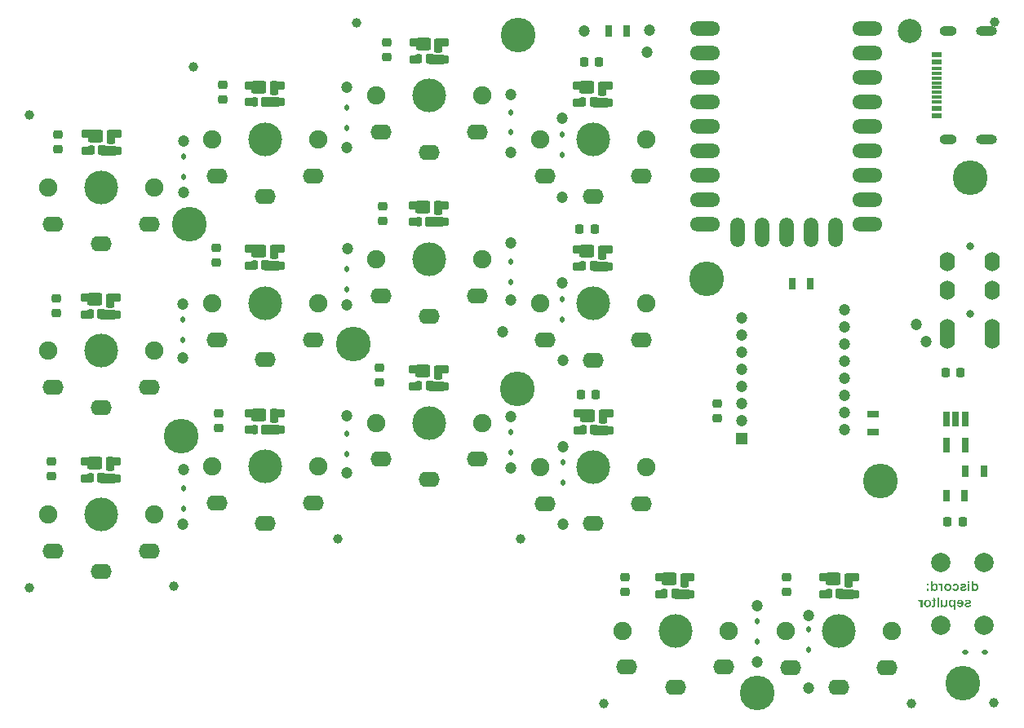
<source format=gbr>
%TF.GenerationSoftware,KiCad,Pcbnew,7.0.2*%
%TF.CreationDate,2024-03-04T12:18:32-06:00*%
%TF.ProjectId,01_capsule5_left,30315f63-6170-4737-956c-65355f6c6566,v1.0.0*%
%TF.SameCoordinates,Original*%
%TF.FileFunction,Soldermask,Bot*%
%TF.FilePolarity,Negative*%
%FSLAX46Y46*%
G04 Gerber Fmt 4.6, Leading zero omitted, Abs format (unit mm)*
G04 Created by KiCad (PCBNEW 7.0.2) date 2024-03-04 12:18:32*
%MOMM*%
%LPD*%
G01*
G04 APERTURE LIST*
G04 Aperture macros list*
%AMRoundRect*
0 Rectangle with rounded corners*
0 $1 Rounding radius*
0 $2 $3 $4 $5 $6 $7 $8 $9 X,Y pos of 4 corners*
0 Add a 4 corners polygon primitive as box body*
4,1,4,$2,$3,$4,$5,$6,$7,$8,$9,$2,$3,0*
0 Add four circle primitives for the rounded corners*
1,1,$1+$1,$2,$3*
1,1,$1+$1,$4,$5*
1,1,$1+$1,$6,$7*
1,1,$1+$1,$8,$9*
0 Add four rect primitives between the rounded corners*
20,1,$1+$1,$2,$3,$4,$5,0*
20,1,$1+$1,$4,$5,$6,$7,0*
20,1,$1+$1,$6,$7,$8,$9,0*
20,1,$1+$1,$8,$9,$2,$3,0*%
G04 Aperture macros list end*
%ADD10C,0.200000*%
%ADD11C,0.400000*%
%ADD12C,3.600000*%
%ADD13R,1.200000X1.200000*%
%ADD14C,1.200000*%
%ADD15C,0.800000*%
%ADD16O,1.600000X2.000000*%
%ADD17RoundRect,0.112500X-0.187500X-0.112500X0.187500X-0.112500X0.187500X0.112500X-0.187500X0.112500X0*%
%ADD18C,1.900000*%
%ADD19C,3.500000*%
%ADD20O,2.200000X1.600000*%
%ADD21C,1.000000*%
%ADD22C,2.000000*%
%ADD23C,2.500000*%
%ADD24RoundRect,0.225000X0.250000X-0.225000X0.250000X0.225000X-0.250000X0.225000X-0.250000X-0.225000X0*%
%ADD25RoundRect,0.112500X-0.112500X0.187500X-0.112500X-0.187500X0.112500X-0.187500X0.112500X0.187500X0*%
%ADD26RoundRect,0.225000X0.225000X0.250000X-0.225000X0.250000X-0.225000X-0.250000X0.225000X-0.250000X0*%
%ADD27R,0.700000X1.300000*%
%ADD28RoundRect,0.219550X0.125450X0.275450X-0.125450X0.275450X-0.125450X-0.275450X0.125450X-0.275450X0*%
%ADD29RoundRect,0.219750X0.300250X0.225250X-0.300250X0.225250X-0.300250X-0.225250X0.300250X-0.225250X0*%
%ADD30RoundRect,0.220000X0.575000X0.425000X-0.575000X0.425000X-0.575000X-0.425000X0.575000X-0.425000X0*%
%ADD31RoundRect,0.232500X0.212500X0.512500X-0.212500X0.512500X-0.212500X-0.512500X0.212500X-0.512500X0*%
%ADD32RoundRect,0.020000X0.800000X0.425000X-0.800000X0.425000X-0.800000X-0.425000X0.800000X-0.425000X0*%
%ADD33RoundRect,0.225625X0.231875X0.269375X-0.231875X0.269375X-0.231875X-0.269375X0.231875X-0.269375X0*%
%ADD34R,0.650000X1.560000*%
%ADD35RoundRect,0.225000X-0.225000X-0.250000X0.225000X-0.250000X0.225000X0.250000X-0.225000X0.250000X0*%
%ADD36O,3.130000X1.500000*%
%ADD37O,1.500000X3.090000*%
%ADD38R,1.100000X0.600000*%
%ADD39R,1.100000X0.300000*%
%ADD40O,2.200000X1.000000*%
%ADD41O,1.800000X1.000000*%
%ADD42R,1.300000X0.700000*%
%ADD43RoundRect,0.225000X-0.250000X0.225000X-0.250000X-0.225000X0.250000X-0.225000X0.250000X0.225000X0*%
G04 APERTURE END LIST*
D10*
G36*
X261372854Y-104001290D02*
G01*
X261384157Y-103988987D01*
X261395717Y-103977477D01*
X261407535Y-103966761D01*
X261419611Y-103956838D01*
X261431944Y-103947710D01*
X261444535Y-103939375D01*
X261457384Y-103931834D01*
X261470490Y-103925087D01*
X261483853Y-103919133D01*
X261497475Y-103913974D01*
X261511354Y-103909608D01*
X261525490Y-103906036D01*
X261539884Y-103903258D01*
X261554536Y-103901273D01*
X261569445Y-103900082D01*
X261584612Y-103899685D01*
X261601073Y-103900064D01*
X261617177Y-103901201D01*
X261632924Y-103903094D01*
X261648314Y-103905746D01*
X261663347Y-103909155D01*
X261678024Y-103913321D01*
X261692343Y-103918245D01*
X261706306Y-103923927D01*
X261719912Y-103930366D01*
X261733161Y-103937562D01*
X261746054Y-103945516D01*
X261758589Y-103954228D01*
X261770768Y-103963697D01*
X261782590Y-103973924D01*
X261794055Y-103984908D01*
X261805163Y-103996650D01*
X261815722Y-104009120D01*
X261825600Y-104022288D01*
X261834796Y-104036154D01*
X261843311Y-104050719D01*
X261851145Y-104065982D01*
X261858298Y-104081944D01*
X261864769Y-104098604D01*
X261870560Y-104115963D01*
X261875669Y-104134019D01*
X261880096Y-104152774D01*
X261882055Y-104162414D01*
X261883843Y-104172228D01*
X261885461Y-104182217D01*
X261886909Y-104192380D01*
X261888186Y-104202718D01*
X261889293Y-104213230D01*
X261890229Y-104223917D01*
X261890996Y-104234779D01*
X261891592Y-104245815D01*
X261892018Y-104257026D01*
X261892273Y-104268412D01*
X261892358Y-104279972D01*
X261892271Y-104291281D01*
X261892008Y-104302433D01*
X261891570Y-104313429D01*
X261890958Y-104324267D01*
X261890170Y-104334949D01*
X261889207Y-104345474D01*
X261888069Y-104355841D01*
X261886756Y-104366052D01*
X261885268Y-104376106D01*
X261883605Y-104386003D01*
X261881766Y-104395742D01*
X261879753Y-104405325D01*
X261875201Y-104424020D01*
X261869949Y-104442088D01*
X261863996Y-104459527D01*
X261857344Y-104476339D01*
X261849991Y-104492523D01*
X261841937Y-104508079D01*
X261833184Y-104523008D01*
X261823730Y-104537308D01*
X261813576Y-104550981D01*
X261802721Y-104564026D01*
X261791375Y-104576330D01*
X261779747Y-104587840D01*
X261767836Y-104598556D01*
X261755643Y-104608478D01*
X261743168Y-104617607D01*
X261730410Y-104625942D01*
X261717370Y-104633483D01*
X261704047Y-104640230D01*
X261690442Y-104646183D01*
X261676554Y-104651343D01*
X261662384Y-104655709D01*
X261647932Y-104659281D01*
X261633197Y-104662059D01*
X261618180Y-104664043D01*
X261602881Y-104665234D01*
X261587299Y-104665631D01*
X261579579Y-104665514D01*
X261568012Y-104664898D01*
X261556463Y-104663753D01*
X261544931Y-104662081D01*
X261533417Y-104659881D01*
X261521919Y-104657152D01*
X261510439Y-104653896D01*
X261498976Y-104650111D01*
X261487529Y-104645799D01*
X261476101Y-104640958D01*
X261464689Y-104635589D01*
X261457150Y-104631677D01*
X261446077Y-104625338D01*
X261435288Y-104618431D01*
X261424782Y-104610958D01*
X261414560Y-104602918D01*
X261404621Y-104594311D01*
X261394965Y-104585138D01*
X261385593Y-104575398D01*
X261376504Y-104565091D01*
X261367698Y-104554217D01*
X261359176Y-104542777D01*
X261359176Y-104650000D01*
X261179902Y-104650000D01*
X261179902Y-104288032D01*
X261372365Y-104288032D01*
X261372411Y-104295362D01*
X261372777Y-104309679D01*
X261373510Y-104323536D01*
X261374609Y-104336933D01*
X261376075Y-104349871D01*
X261377906Y-104362348D01*
X261380105Y-104374365D01*
X261382669Y-104385923D01*
X261385600Y-104397021D01*
X261388897Y-104407659D01*
X261392561Y-104417837D01*
X261396591Y-104427555D01*
X261400987Y-104436813D01*
X261405750Y-104445612D01*
X261410879Y-104453950D01*
X261419260Y-104465596D01*
X261425168Y-104472783D01*
X261434321Y-104482694D01*
X261443821Y-104491562D01*
X261453670Y-104499387D01*
X261463866Y-104506168D01*
X261474409Y-104511906D01*
X261485301Y-104516601D01*
X261496540Y-104520252D01*
X261508127Y-104522861D01*
X261520062Y-104524426D01*
X261532344Y-104524947D01*
X261537559Y-104524870D01*
X261547769Y-104524252D01*
X261557688Y-104523015D01*
X261572018Y-104520001D01*
X261585692Y-104515596D01*
X261598709Y-104509800D01*
X261611068Y-104502613D01*
X261622771Y-104494035D01*
X261630208Y-104487544D01*
X261637353Y-104480434D01*
X261644207Y-104472706D01*
X261650768Y-104464360D01*
X261657037Y-104455395D01*
X261663014Y-104445812D01*
X261664998Y-104442327D01*
X261670570Y-104431078D01*
X261675576Y-104418639D01*
X261680016Y-104405012D01*
X261682660Y-104395266D01*
X261685053Y-104384991D01*
X261687194Y-104374188D01*
X261689083Y-104362857D01*
X261690720Y-104350997D01*
X261692106Y-104338608D01*
X261693239Y-104325691D01*
X261694121Y-104312245D01*
X261694750Y-104298271D01*
X261695128Y-104283768D01*
X261695254Y-104268736D01*
X261695073Y-104254731D01*
X261694529Y-104241168D01*
X261693623Y-104228047D01*
X261692354Y-104215369D01*
X261690722Y-104203134D01*
X261688728Y-104191342D01*
X261686372Y-104179992D01*
X261683653Y-104169085D01*
X261680571Y-104158621D01*
X261677127Y-104148599D01*
X261673320Y-104139021D01*
X261669151Y-104129884D01*
X261664619Y-104121191D01*
X261657141Y-104108981D01*
X261648848Y-104097766D01*
X261642960Y-104090816D01*
X261633804Y-104081231D01*
X261624256Y-104072655D01*
X261614318Y-104065088D01*
X261603988Y-104058530D01*
X261593269Y-104052981D01*
X261582158Y-104048441D01*
X261570657Y-104044910D01*
X261558765Y-104042387D01*
X261546483Y-104040874D01*
X261533810Y-104040369D01*
X261525056Y-104040596D01*
X261512301Y-104041789D01*
X261499997Y-104044002D01*
X261488144Y-104047238D01*
X261476742Y-104051496D01*
X261465790Y-104056775D01*
X261455289Y-104063076D01*
X261445239Y-104070399D01*
X261435640Y-104078744D01*
X261426492Y-104088111D01*
X261417794Y-104098499D01*
X261414999Y-104102189D01*
X261407147Y-104114123D01*
X261402356Y-104122799D01*
X261397919Y-104132052D01*
X261393838Y-104141881D01*
X261390111Y-104152286D01*
X261386739Y-104163267D01*
X261383722Y-104174825D01*
X261381061Y-104186959D01*
X261378754Y-104199669D01*
X261376802Y-104212956D01*
X261375204Y-104226818D01*
X261373962Y-104241257D01*
X261373075Y-104256272D01*
X261372543Y-104271864D01*
X261372365Y-104288032D01*
X261179902Y-104288032D01*
X261179902Y-103633949D01*
X261372854Y-103633949D01*
X261372854Y-104001290D01*
G37*
G36*
X260994277Y-103805896D02*
G01*
X260994277Y-103633949D01*
X260801081Y-103633949D01*
X260801081Y-103805896D01*
X260994277Y-103805896D01*
G37*
G36*
X260994277Y-104650000D02*
G01*
X260994277Y-103915317D01*
X260801081Y-103915317D01*
X260801081Y-104650000D01*
X260994277Y-104650000D01*
G37*
G36*
X260673342Y-104446789D02*
G01*
X260479658Y-104415526D01*
X260477101Y-104425374D01*
X260474102Y-104434766D01*
X260469416Y-104446581D01*
X260463943Y-104457588D01*
X260457684Y-104467785D01*
X260450639Y-104477173D01*
X260442808Y-104485752D01*
X260434191Y-104493522D01*
X260429588Y-104497103D01*
X260419650Y-104503629D01*
X260408766Y-104509285D01*
X260396936Y-104514071D01*
X260387442Y-104517089D01*
X260377415Y-104519618D01*
X260366856Y-104521657D01*
X260355765Y-104523207D01*
X260344142Y-104524267D01*
X260331986Y-104524838D01*
X260323586Y-104524947D01*
X260309897Y-104524705D01*
X260296856Y-104523977D01*
X260284463Y-104522764D01*
X260272719Y-104521066D01*
X260261623Y-104518883D01*
X260251175Y-104516215D01*
X260241376Y-104513061D01*
X260232224Y-104509422D01*
X260221031Y-104503816D01*
X260210990Y-104497348D01*
X260202358Y-104489731D01*
X260195512Y-104481170D01*
X260190451Y-104471665D01*
X260187177Y-104461215D01*
X260185688Y-104449821D01*
X260185589Y-104445812D01*
X260186444Y-104435295D01*
X260189009Y-104425724D01*
X260193937Y-104416087D01*
X260199267Y-104409420D01*
X260207289Y-104403530D01*
X260216901Y-104398630D01*
X260226839Y-104394651D01*
X260238530Y-104390768D01*
X260249145Y-104387730D01*
X260260882Y-104384754D01*
X260263991Y-104384019D01*
X260278418Y-104380807D01*
X260292510Y-104377611D01*
X260306269Y-104374433D01*
X260319694Y-104371273D01*
X260332785Y-104368129D01*
X260345542Y-104365002D01*
X260357965Y-104361893D01*
X260370054Y-104358801D01*
X260381809Y-104355726D01*
X260393230Y-104352668D01*
X260404317Y-104349628D01*
X260415071Y-104346604D01*
X260425490Y-104343598D01*
X260435576Y-104340609D01*
X260445327Y-104337637D01*
X260454745Y-104334682D01*
X260472578Y-104328824D01*
X260489076Y-104323035D01*
X260504238Y-104317314D01*
X260518065Y-104311662D01*
X260530555Y-104306079D01*
X260541711Y-104300564D01*
X260551530Y-104295118D01*
X260560013Y-104289741D01*
X260570483Y-104282141D01*
X260580278Y-104274178D01*
X260589397Y-104265853D01*
X260597841Y-104257165D01*
X260605609Y-104248115D01*
X260612701Y-104238702D01*
X260619118Y-104228927D01*
X260624860Y-104218789D01*
X260629926Y-104208288D01*
X260634317Y-104197425D01*
X260638032Y-104186200D01*
X260641072Y-104174611D01*
X260643436Y-104162661D01*
X260645124Y-104150347D01*
X260646138Y-104137672D01*
X260646475Y-104124633D01*
X260646183Y-104112846D01*
X260645308Y-104101296D01*
X260643848Y-104089986D01*
X260641804Y-104078914D01*
X260639177Y-104068080D01*
X260635965Y-104057485D01*
X260632170Y-104047129D01*
X260627791Y-104037011D01*
X260622828Y-104027132D01*
X260617281Y-104017491D01*
X260611150Y-104008088D01*
X260604435Y-103998924D01*
X260597136Y-103989999D01*
X260589254Y-103981312D01*
X260580787Y-103972864D01*
X260571737Y-103964654D01*
X260562043Y-103956787D01*
X260551705Y-103949427D01*
X260540725Y-103942575D01*
X260529101Y-103936230D01*
X260516835Y-103930393D01*
X260503925Y-103925064D01*
X260490373Y-103920242D01*
X260476177Y-103915928D01*
X260461338Y-103912121D01*
X260445857Y-103908822D01*
X260429732Y-103906030D01*
X260412964Y-103903746D01*
X260395553Y-103901970D01*
X260377499Y-103900701D01*
X260358802Y-103899939D01*
X260339462Y-103899685D01*
X260321048Y-103899886D01*
X260303234Y-103900487D01*
X260286022Y-103901489D01*
X260269410Y-103902891D01*
X260253400Y-103904694D01*
X260237991Y-103906898D01*
X260223183Y-103909503D01*
X260208975Y-103912508D01*
X260195369Y-103915914D01*
X260182364Y-103919721D01*
X260169960Y-103923928D01*
X260158158Y-103928537D01*
X260146956Y-103933546D01*
X260136355Y-103938955D01*
X260126356Y-103944765D01*
X260116957Y-103950976D01*
X260108007Y-103957581D01*
X260099413Y-103964570D01*
X260091177Y-103971945D01*
X260083297Y-103979706D01*
X260075774Y-103987851D01*
X260068608Y-103996383D01*
X260061799Y-104005300D01*
X260055347Y-104014602D01*
X260049251Y-104024289D01*
X260043512Y-104034363D01*
X260038130Y-104044821D01*
X260033105Y-104055665D01*
X260028437Y-104066895D01*
X260024126Y-104078509D01*
X260020171Y-104090510D01*
X260016573Y-104102896D01*
X260198778Y-104134159D01*
X260202037Y-104123133D01*
X260205953Y-104112772D01*
X260210525Y-104103075D01*
X260215753Y-104094042D01*
X260221638Y-104085673D01*
X260228179Y-104077967D01*
X260235377Y-104070926D01*
X260243230Y-104064549D01*
X260251787Y-104058882D01*
X260261213Y-104053971D01*
X260271509Y-104049815D01*
X260282676Y-104046414D01*
X260294712Y-104043770D01*
X260307619Y-104041881D01*
X260317870Y-104040960D01*
X260328611Y-104040464D01*
X260336043Y-104040369D01*
X260349951Y-104040556D01*
X260363099Y-104041116D01*
X260375488Y-104042050D01*
X260387116Y-104043358D01*
X260397985Y-104045038D01*
X260408093Y-104047093D01*
X260420390Y-104050413D01*
X260431335Y-104054397D01*
X260440929Y-104059045D01*
X260445219Y-104061618D01*
X260453785Y-104068676D01*
X260460246Y-104076598D01*
X260464604Y-104085386D01*
X260466858Y-104095038D01*
X260467201Y-104100942D01*
X260465995Y-104110818D01*
X260462377Y-104119931D01*
X260456348Y-104128282D01*
X260449093Y-104134962D01*
X260447906Y-104135868D01*
X260439373Y-104140940D01*
X260430348Y-104145070D01*
X260419074Y-104149478D01*
X260405550Y-104154166D01*
X260395284Y-104157446D01*
X260384018Y-104160850D01*
X260371753Y-104164378D01*
X260358487Y-104168030D01*
X260344222Y-104171807D01*
X260328957Y-104175707D01*
X260312692Y-104179731D01*
X260295427Y-104183879D01*
X260277162Y-104188152D01*
X260267655Y-104190334D01*
X260258113Y-104192533D01*
X260239574Y-104197025D01*
X260221759Y-104201643D01*
X260204670Y-104206386D01*
X260188305Y-104211256D01*
X260172666Y-104216251D01*
X260157752Y-104221373D01*
X260143563Y-104226620D01*
X260130099Y-104231994D01*
X260117361Y-104237493D01*
X260105347Y-104243118D01*
X260094058Y-104248869D01*
X260083495Y-104254746D01*
X260073656Y-104260749D01*
X260064543Y-104266878D01*
X260056155Y-104273133D01*
X260052233Y-104276308D01*
X260044927Y-104282910D01*
X260034853Y-104293414D01*
X260025839Y-104304640D01*
X260017886Y-104316587D01*
X260010993Y-104329255D01*
X260005160Y-104342645D01*
X260001861Y-104351972D01*
X259999033Y-104361619D01*
X259996677Y-104371587D01*
X259994791Y-104381876D01*
X259993377Y-104392485D01*
X259992435Y-104403415D01*
X259991964Y-104414666D01*
X259991905Y-104420411D01*
X259992232Y-104432850D01*
X259993214Y-104445072D01*
X259994850Y-104457076D01*
X259997141Y-104468863D01*
X260000086Y-104480432D01*
X260003685Y-104491784D01*
X260007940Y-104502918D01*
X260012848Y-104513834D01*
X260018412Y-104524533D01*
X260024629Y-104535015D01*
X260031502Y-104545278D01*
X260039028Y-104555325D01*
X260047209Y-104565154D01*
X260056045Y-104574765D01*
X260065535Y-104584159D01*
X260075680Y-104593335D01*
X260086466Y-104602090D01*
X260097879Y-104610280D01*
X260109921Y-104617904D01*
X260122590Y-104624965D01*
X260135887Y-104631460D01*
X260149811Y-104637390D01*
X260164364Y-104642756D01*
X260179544Y-104647557D01*
X260195352Y-104651793D01*
X260211788Y-104655464D01*
X260228852Y-104658571D01*
X260246543Y-104661113D01*
X260264862Y-104663089D01*
X260283809Y-104664501D01*
X260303384Y-104665349D01*
X260313407Y-104665560D01*
X260323586Y-104665631D01*
X260341997Y-104665401D01*
X260359921Y-104664711D01*
X260377359Y-104663562D01*
X260394310Y-104661952D01*
X260410774Y-104659883D01*
X260426752Y-104657353D01*
X260442244Y-104654364D01*
X260457248Y-104650915D01*
X260471766Y-104647007D01*
X260485798Y-104642638D01*
X260499343Y-104637809D01*
X260512401Y-104632521D01*
X260524973Y-104626773D01*
X260537058Y-104620564D01*
X260548657Y-104613896D01*
X260559769Y-104606769D01*
X260570374Y-104599246D01*
X260580511Y-104591393D01*
X260590180Y-104583210D01*
X260599382Y-104574696D01*
X260608117Y-104565853D01*
X260616384Y-104556680D01*
X260624183Y-104547176D01*
X260631516Y-104537342D01*
X260638380Y-104527179D01*
X260644777Y-104516685D01*
X260650707Y-104505861D01*
X260656169Y-104494707D01*
X260661163Y-104483223D01*
X260665690Y-104471408D01*
X260669750Y-104459264D01*
X260673342Y-104446789D01*
G37*
G36*
X259190544Y-104118527D02*
G01*
X259380809Y-104149790D01*
X259382812Y-104139816D01*
X259385248Y-104130318D01*
X259389171Y-104118396D01*
X259393865Y-104107321D01*
X259399330Y-104097094D01*
X259405566Y-104087713D01*
X259412573Y-104079180D01*
X259420351Y-104071494D01*
X259424528Y-104067969D01*
X259433333Y-104061500D01*
X259442770Y-104055894D01*
X259452842Y-104051150D01*
X259463546Y-104047269D01*
X259474884Y-104044251D01*
X259486856Y-104042094D01*
X259499461Y-104040801D01*
X259509331Y-104040396D01*
X259512700Y-104040369D01*
X259525954Y-104040837D01*
X259538698Y-104042241D01*
X259550930Y-104044581D01*
X259562652Y-104047857D01*
X259573862Y-104052069D01*
X259584562Y-104057216D01*
X259594751Y-104063300D01*
X259604429Y-104070320D01*
X259613596Y-104078275D01*
X259622252Y-104087167D01*
X259627739Y-104093614D01*
X259635421Y-104104227D01*
X259642347Y-104116097D01*
X259648518Y-104129225D01*
X259652212Y-104138676D01*
X259655571Y-104148687D01*
X259658593Y-104159256D01*
X259661280Y-104170384D01*
X259663631Y-104182071D01*
X259665646Y-104194318D01*
X259667325Y-104207124D01*
X259668668Y-104220488D01*
X259669676Y-104234412D01*
X259670347Y-104248895D01*
X259670683Y-104263937D01*
X259670725Y-104271667D01*
X259670555Y-104288691D01*
X259670046Y-104305079D01*
X259669197Y-104320832D01*
X259668008Y-104335949D01*
X259666480Y-104350431D01*
X259664612Y-104364277D01*
X259662404Y-104377488D01*
X259659856Y-104390064D01*
X259656969Y-104402004D01*
X259653743Y-104413309D01*
X259650176Y-104423979D01*
X259646270Y-104434012D01*
X259642025Y-104443411D01*
X259637440Y-104452174D01*
X259629925Y-104464128D01*
X259627250Y-104467794D01*
X259618791Y-104478008D01*
X259609808Y-104487217D01*
X259600301Y-104495422D01*
X259590270Y-104502622D01*
X259579716Y-104508817D01*
X259568637Y-104514008D01*
X259557035Y-104518194D01*
X259544910Y-104521375D01*
X259532260Y-104523552D01*
X259519087Y-104524724D01*
X259510013Y-104524947D01*
X259499885Y-104524670D01*
X259490110Y-104523839D01*
X259477623Y-104521870D01*
X259465762Y-104518916D01*
X259454526Y-104514978D01*
X259443917Y-104510055D01*
X259433934Y-104504147D01*
X259424576Y-104497255D01*
X259420132Y-104493440D01*
X259411664Y-104484788D01*
X259403844Y-104474709D01*
X259398405Y-104466214D01*
X259393331Y-104456915D01*
X259388622Y-104446814D01*
X259384278Y-104435909D01*
X259380299Y-104424202D01*
X259376685Y-104411692D01*
X259373435Y-104398379D01*
X259370551Y-104384263D01*
X259181018Y-104415526D01*
X259184924Y-104430769D01*
X259189254Y-104445538D01*
X259194007Y-104459834D01*
X259199184Y-104473656D01*
X259204784Y-104487006D01*
X259210808Y-104499882D01*
X259217256Y-104512285D01*
X259224127Y-104524214D01*
X259231422Y-104535671D01*
X259239141Y-104546654D01*
X259247283Y-104557164D01*
X259255848Y-104567201D01*
X259264838Y-104576765D01*
X259274250Y-104585855D01*
X259284087Y-104594472D01*
X259294347Y-104602616D01*
X259305042Y-104610247D01*
X259316184Y-104617385D01*
X259327772Y-104624032D01*
X259339807Y-104630185D01*
X259352288Y-104635847D01*
X259365216Y-104641016D01*
X259378590Y-104645693D01*
X259392411Y-104649877D01*
X259406678Y-104653570D01*
X259421391Y-104656770D01*
X259436552Y-104659477D01*
X259452158Y-104661693D01*
X259468212Y-104663416D01*
X259484711Y-104664646D01*
X259501658Y-104665385D01*
X259519050Y-104665631D01*
X259528986Y-104665532D01*
X259538795Y-104665235D01*
X259558034Y-104664047D01*
X259576767Y-104662068D01*
X259594995Y-104659296D01*
X259612717Y-104655733D01*
X259629933Y-104651377D01*
X259646643Y-104646230D01*
X259662848Y-104640291D01*
X259678548Y-104633560D01*
X259693741Y-104626037D01*
X259708429Y-104617722D01*
X259722612Y-104608616D01*
X259736288Y-104598717D01*
X259749459Y-104588027D01*
X259762125Y-104576544D01*
X259774284Y-104564270D01*
X259785789Y-104551266D01*
X259796552Y-104537655D01*
X259806573Y-104523438D01*
X259815851Y-104508613D01*
X259824387Y-104493182D01*
X259832181Y-104477144D01*
X259839233Y-104460499D01*
X259845542Y-104443248D01*
X259851109Y-104425390D01*
X259855934Y-104406924D01*
X259860016Y-104387853D01*
X259861779Y-104378089D01*
X259863357Y-104368174D01*
X259864748Y-104358107D01*
X259865954Y-104347888D01*
X259866975Y-104337518D01*
X259867810Y-104326996D01*
X259868460Y-104316322D01*
X259868924Y-104305497D01*
X259869202Y-104294520D01*
X259869295Y-104283391D01*
X259869201Y-104272127D01*
X259868922Y-104261021D01*
X259868455Y-104250071D01*
X259867803Y-104239278D01*
X259866963Y-104228643D01*
X259865937Y-104218164D01*
X259864725Y-104207842D01*
X259863326Y-104197677D01*
X259861741Y-104187669D01*
X259859969Y-104177818D01*
X259858010Y-104168124D01*
X259855865Y-104158587D01*
X259851016Y-104139983D01*
X259845420Y-104122008D01*
X259839078Y-104104660D01*
X259831990Y-104087939D01*
X259824157Y-104071847D01*
X259815577Y-104056383D01*
X259806250Y-104041546D01*
X259796178Y-104027337D01*
X259785360Y-104013755D01*
X259773796Y-104000802D01*
X259761595Y-103988557D01*
X259748868Y-103977103D01*
X259735614Y-103966438D01*
X259721833Y-103956564D01*
X259707526Y-103947479D01*
X259692692Y-103939184D01*
X259677331Y-103931679D01*
X259661444Y-103924965D01*
X259645030Y-103919040D01*
X259628090Y-103913905D01*
X259610622Y-103909560D01*
X259592629Y-103906005D01*
X259574108Y-103903240D01*
X259555061Y-103901265D01*
X259535487Y-103900080D01*
X259525503Y-103899784D01*
X259515387Y-103899685D01*
X259498961Y-103899897D01*
X259482960Y-103900533D01*
X259467384Y-103901592D01*
X259452235Y-103903074D01*
X259437511Y-103904981D01*
X259423212Y-103907310D01*
X259409339Y-103910064D01*
X259395891Y-103913241D01*
X259382869Y-103916842D01*
X259370272Y-103920866D01*
X259358101Y-103925314D01*
X259346355Y-103930185D01*
X259335035Y-103935480D01*
X259324141Y-103941199D01*
X259313672Y-103947341D01*
X259303628Y-103953907D01*
X259293970Y-103960876D01*
X259284657Y-103968287D01*
X259275690Y-103976141D01*
X259267068Y-103984438D01*
X259258792Y-103993177D01*
X259250860Y-104002359D01*
X259243275Y-104011984D01*
X259236034Y-104022051D01*
X259229139Y-104032561D01*
X259222589Y-104043514D01*
X259216385Y-104054909D01*
X259210526Y-104066748D01*
X259205012Y-104079028D01*
X259199844Y-104091752D01*
X259195021Y-104104918D01*
X259190544Y-104118527D01*
G37*
G36*
X258730251Y-103899872D02*
G01*
X258743389Y-103900430D01*
X258756370Y-103901360D01*
X258769194Y-103902662D01*
X258781863Y-103904337D01*
X258794374Y-103906383D01*
X258806730Y-103908802D01*
X258818928Y-103911592D01*
X258830971Y-103914755D01*
X258842856Y-103918290D01*
X258854586Y-103922197D01*
X258866159Y-103926476D01*
X258877575Y-103931127D01*
X258888835Y-103936150D01*
X258899939Y-103941545D01*
X258910886Y-103947313D01*
X258921600Y-103953433D01*
X258932005Y-103959888D01*
X258942101Y-103966676D01*
X258951888Y-103973798D01*
X258961366Y-103981254D01*
X258970534Y-103989044D01*
X258979394Y-103997168D01*
X258987944Y-104005626D01*
X258996186Y-104014418D01*
X259004118Y-104023543D01*
X259011741Y-104033003D01*
X259019055Y-104042797D01*
X259026060Y-104052924D01*
X259032755Y-104063385D01*
X259039142Y-104074181D01*
X259045219Y-104085310D01*
X259050957Y-104096631D01*
X259056325Y-104108002D01*
X259061322Y-104119422D01*
X259065949Y-104130892D01*
X259070207Y-104142411D01*
X259074093Y-104153980D01*
X259077610Y-104165599D01*
X259080757Y-104177267D01*
X259083533Y-104188985D01*
X259085939Y-104200753D01*
X259087975Y-104212570D01*
X259089641Y-104224437D01*
X259090937Y-104236353D01*
X259091862Y-104248319D01*
X259092417Y-104260335D01*
X259092602Y-104272400D01*
X259092417Y-104288034D01*
X259091862Y-104303369D01*
X259090937Y-104318405D01*
X259089641Y-104333140D01*
X259087975Y-104347576D01*
X259085939Y-104361713D01*
X259083533Y-104375550D01*
X259080757Y-104389087D01*
X259077610Y-104402325D01*
X259074093Y-104415263D01*
X259070207Y-104427902D01*
X259065949Y-104440241D01*
X259061322Y-104452280D01*
X259056325Y-104464020D01*
X259050957Y-104475460D01*
X259045219Y-104486601D01*
X259039127Y-104497427D01*
X259032694Y-104507923D01*
X259025922Y-104518088D01*
X259018811Y-104527924D01*
X259011359Y-104537429D01*
X259003568Y-104546605D01*
X258995438Y-104555450D01*
X258986967Y-104563965D01*
X258978157Y-104572150D01*
X258969008Y-104580005D01*
X258959519Y-104587530D01*
X258949690Y-104594724D01*
X258939521Y-104601589D01*
X258929013Y-104608123D01*
X258918165Y-104614328D01*
X258906978Y-104620202D01*
X258895554Y-104625703D01*
X258884057Y-104630849D01*
X258872488Y-104635641D01*
X258860846Y-104640077D01*
X258849132Y-104644159D01*
X258837346Y-104647885D01*
X258825487Y-104651257D01*
X258813555Y-104654274D01*
X258801551Y-104656936D01*
X258789474Y-104659243D01*
X258777325Y-104661195D01*
X258765103Y-104662792D01*
X258752809Y-104664034D01*
X258740442Y-104664921D01*
X258728003Y-104665454D01*
X258715491Y-104665631D01*
X258705425Y-104665524D01*
X258695465Y-104665204D01*
X258685614Y-104664669D01*
X258675871Y-104663921D01*
X258656707Y-104661784D01*
X258637975Y-104658792D01*
X258619674Y-104654945D01*
X258601804Y-104650244D01*
X258584366Y-104644687D01*
X258567358Y-104638276D01*
X258550782Y-104631010D01*
X258534637Y-104622889D01*
X258518924Y-104613913D01*
X258503641Y-104604082D01*
X258488790Y-104593396D01*
X258474370Y-104581856D01*
X258460382Y-104569460D01*
X258446824Y-104556210D01*
X258433870Y-104542311D01*
X258421751Y-104527970D01*
X258410468Y-104513185D01*
X258400021Y-104497958D01*
X258390410Y-104482289D01*
X258381634Y-104466176D01*
X258373695Y-104449621D01*
X258366591Y-104432623D01*
X258360322Y-104415183D01*
X258354890Y-104397300D01*
X258350293Y-104378974D01*
X258346532Y-104360205D01*
X258343607Y-104340994D01*
X258342458Y-104331223D01*
X258341518Y-104321340D01*
X258340786Y-104311347D01*
X258340264Y-104301244D01*
X258339950Y-104291029D01*
X258339851Y-104281193D01*
X258538415Y-104281193D01*
X258538616Y-104295841D01*
X258539217Y-104310048D01*
X258540219Y-104323814D01*
X258541621Y-104337140D01*
X258543424Y-104350024D01*
X258545628Y-104362468D01*
X258548233Y-104374472D01*
X258551238Y-104386034D01*
X258554644Y-104397156D01*
X258558451Y-104407837D01*
X258562658Y-104418077D01*
X258567267Y-104427876D01*
X258572275Y-104437234D01*
X258577685Y-104446152D01*
X258583495Y-104454629D01*
X258589706Y-104462665D01*
X258596183Y-104470207D01*
X258606255Y-104480608D01*
X258616756Y-104489914D01*
X258627687Y-104498125D01*
X258639047Y-104505241D01*
X258650837Y-104511262D01*
X258663056Y-104516189D01*
X258675704Y-104520021D01*
X258688781Y-104522758D01*
X258702288Y-104524400D01*
X258716224Y-104524947D01*
X258730165Y-104524400D01*
X258743684Y-104522758D01*
X258756783Y-104520021D01*
X258769462Y-104516189D01*
X258781719Y-104511262D01*
X258793556Y-104505241D01*
X258804972Y-104498125D01*
X258815967Y-104489914D01*
X258826541Y-104480608D01*
X258836695Y-104470207D01*
X258843230Y-104462665D01*
X258849471Y-104454635D01*
X258855309Y-104446175D01*
X258860744Y-104437286D01*
X258865777Y-104427967D01*
X258870407Y-104418220D01*
X258874635Y-104408043D01*
X258878460Y-104397436D01*
X258881882Y-104386400D01*
X258884902Y-104374935D01*
X258887519Y-104363041D01*
X258889733Y-104350717D01*
X258891545Y-104337964D01*
X258892954Y-104324782D01*
X258893960Y-104311170D01*
X258894564Y-104297129D01*
X258894766Y-104282658D01*
X258894564Y-104268189D01*
X258893960Y-104254151D01*
X258892954Y-104240544D01*
X258891545Y-104227368D01*
X258889733Y-104214623D01*
X258887519Y-104202310D01*
X258884902Y-104190428D01*
X258881882Y-104178977D01*
X258878460Y-104167958D01*
X258874635Y-104157369D01*
X258870407Y-104147212D01*
X258865777Y-104137486D01*
X258860744Y-104128192D01*
X258855309Y-104119328D01*
X258849471Y-104110896D01*
X258843230Y-104102896D01*
X258836695Y-104095324D01*
X258826541Y-104084883D01*
X258815967Y-104075540D01*
X258804972Y-104067297D01*
X258793556Y-104060153D01*
X258781719Y-104054108D01*
X258769462Y-104049162D01*
X258756783Y-104045315D01*
X258743684Y-104042568D01*
X258730165Y-104040919D01*
X258716224Y-104040369D01*
X258702288Y-104040919D01*
X258688781Y-104042568D01*
X258675704Y-104045315D01*
X258663056Y-104049162D01*
X258650837Y-104054108D01*
X258639047Y-104060153D01*
X258627687Y-104067297D01*
X258616756Y-104075540D01*
X258606255Y-104084883D01*
X258596183Y-104095324D01*
X258589706Y-104102896D01*
X258583495Y-104110891D01*
X258577685Y-104119306D01*
X258572275Y-104128140D01*
X258567267Y-104137395D01*
X258562658Y-104147069D01*
X258558451Y-104157163D01*
X258554644Y-104167677D01*
X258551238Y-104178611D01*
X258548233Y-104189964D01*
X258545628Y-104201738D01*
X258543424Y-104213931D01*
X258541621Y-104226543D01*
X258540219Y-104239576D01*
X258539217Y-104253029D01*
X258538616Y-104266901D01*
X258538415Y-104281193D01*
X258339851Y-104281193D01*
X258339846Y-104280704D01*
X258339949Y-104270441D01*
X258340259Y-104260289D01*
X258340775Y-104250249D01*
X258341498Y-104240320D01*
X258342428Y-104230503D01*
X258343564Y-104220798D01*
X258346456Y-104201722D01*
X258350174Y-104183093D01*
X258354718Y-104164910D01*
X258360089Y-104147174D01*
X258366285Y-104129884D01*
X258373308Y-104113041D01*
X258381157Y-104096644D01*
X258389833Y-104080694D01*
X258399334Y-104065191D01*
X258409662Y-104050133D01*
X258420816Y-104035523D01*
X258432797Y-104021358D01*
X258445603Y-104007641D01*
X258459057Y-103994568D01*
X258472977Y-103982339D01*
X258487366Y-103970953D01*
X258502222Y-103960410D01*
X258517545Y-103950711D01*
X258533336Y-103941856D01*
X258549594Y-103933843D01*
X258566320Y-103926674D01*
X258583514Y-103920349D01*
X258601174Y-103914867D01*
X258619303Y-103910228D01*
X258637899Y-103906433D01*
X258656962Y-103903481D01*
X258666669Y-103902321D01*
X258676493Y-103901372D01*
X258686433Y-103900634D01*
X258696491Y-103900107D01*
X258706666Y-103899791D01*
X258716957Y-103899685D01*
X258730251Y-103899872D01*
G37*
G36*
X258008408Y-104650000D02*
G01*
X258201360Y-104650000D01*
X258201360Y-103915317D01*
X258022086Y-103915317D01*
X258022086Y-104019120D01*
X258016383Y-104010128D01*
X258010752Y-104001531D01*
X258005193Y-103993329D01*
X257996992Y-103981766D01*
X257988953Y-103971092D01*
X257981078Y-103961307D01*
X257973365Y-103952410D01*
X257965816Y-103944403D01*
X257958430Y-103937284D01*
X257948836Y-103929174D01*
X257939532Y-103922644D01*
X257930155Y-103917263D01*
X257920466Y-103912600D01*
X257910463Y-103908654D01*
X257900148Y-103905425D01*
X257889519Y-103902914D01*
X257878578Y-103901120D01*
X257867324Y-103900044D01*
X257855757Y-103899685D01*
X257843435Y-103900033D01*
X257831199Y-103901077D01*
X257819049Y-103902815D01*
X257806984Y-103905250D01*
X257795006Y-103908379D01*
X257783113Y-103912205D01*
X257771307Y-103916726D01*
X257759586Y-103921942D01*
X257747951Y-103927854D01*
X257736402Y-103934461D01*
X257728750Y-103939253D01*
X257788590Y-104119016D01*
X257797687Y-104113341D01*
X257806659Y-104108225D01*
X257815507Y-104103667D01*
X257827110Y-104098458D01*
X257838492Y-104094241D01*
X257849653Y-104091016D01*
X257860593Y-104088783D01*
X257871311Y-104087543D01*
X257879204Y-104087264D01*
X257889149Y-104087607D01*
X257901044Y-104089003D01*
X257912343Y-104091471D01*
X257923045Y-104095013D01*
X257933151Y-104099629D01*
X257942661Y-104105317D01*
X257948080Y-104109246D01*
X257956566Y-104116980D01*
X257962933Y-104124412D01*
X257968927Y-104132951D01*
X257974546Y-104142597D01*
X257979792Y-104153349D01*
X257984663Y-104165208D01*
X257988071Y-104174829D01*
X257991269Y-104185072D01*
X257992288Y-104188625D01*
X257995169Y-104200446D01*
X257997767Y-104214479D01*
X257999341Y-104225063D01*
X258000789Y-104236629D01*
X258002112Y-104249178D01*
X258003308Y-104262710D01*
X258004378Y-104277224D01*
X258005323Y-104292721D01*
X258006142Y-104309201D01*
X258006834Y-104326663D01*
X258007401Y-104345108D01*
X258007842Y-104364536D01*
X258008015Y-104374618D01*
X258008157Y-104384946D01*
X258008267Y-104395520D01*
X258008345Y-104406340D01*
X258008393Y-104417405D01*
X258008408Y-104428715D01*
X258008408Y-104650000D01*
G37*
G36*
X257172854Y-104001290D02*
G01*
X257184157Y-103988987D01*
X257195717Y-103977477D01*
X257207535Y-103966761D01*
X257219611Y-103956838D01*
X257231944Y-103947710D01*
X257244535Y-103939375D01*
X257257384Y-103931834D01*
X257270490Y-103925087D01*
X257283853Y-103919133D01*
X257297475Y-103913974D01*
X257311354Y-103909608D01*
X257325490Y-103906036D01*
X257339884Y-103903258D01*
X257354536Y-103901273D01*
X257369445Y-103900082D01*
X257384612Y-103899685D01*
X257401073Y-103900064D01*
X257417177Y-103901201D01*
X257432924Y-103903094D01*
X257448314Y-103905746D01*
X257463347Y-103909155D01*
X257478024Y-103913321D01*
X257492343Y-103918245D01*
X257506306Y-103923927D01*
X257519912Y-103930366D01*
X257533161Y-103937562D01*
X257546054Y-103945516D01*
X257558589Y-103954228D01*
X257570768Y-103963697D01*
X257582590Y-103973924D01*
X257594055Y-103984908D01*
X257605163Y-103996650D01*
X257615722Y-104009120D01*
X257625600Y-104022288D01*
X257634796Y-104036154D01*
X257643311Y-104050719D01*
X257651145Y-104065982D01*
X257658298Y-104081944D01*
X257664769Y-104098604D01*
X257670560Y-104115963D01*
X257675669Y-104134019D01*
X257680096Y-104152774D01*
X257682055Y-104162414D01*
X257683843Y-104172228D01*
X257685461Y-104182217D01*
X257686909Y-104192380D01*
X257688186Y-104202718D01*
X257689293Y-104213230D01*
X257690229Y-104223917D01*
X257690996Y-104234779D01*
X257691592Y-104245815D01*
X257692018Y-104257026D01*
X257692273Y-104268412D01*
X257692358Y-104279972D01*
X257692271Y-104291281D01*
X257692008Y-104302433D01*
X257691570Y-104313429D01*
X257690958Y-104324267D01*
X257690170Y-104334949D01*
X257689207Y-104345474D01*
X257688069Y-104355841D01*
X257686756Y-104366052D01*
X257685268Y-104376106D01*
X257683605Y-104386003D01*
X257681766Y-104395742D01*
X257679753Y-104405325D01*
X257675201Y-104424020D01*
X257669949Y-104442088D01*
X257663996Y-104459527D01*
X257657344Y-104476339D01*
X257649991Y-104492523D01*
X257641937Y-104508079D01*
X257633184Y-104523008D01*
X257623730Y-104537308D01*
X257613576Y-104550981D01*
X257602721Y-104564026D01*
X257591375Y-104576330D01*
X257579747Y-104587840D01*
X257567836Y-104598556D01*
X257555643Y-104608478D01*
X257543168Y-104617607D01*
X257530410Y-104625942D01*
X257517370Y-104633483D01*
X257504047Y-104640230D01*
X257490442Y-104646183D01*
X257476554Y-104651343D01*
X257462384Y-104655709D01*
X257447932Y-104659281D01*
X257433197Y-104662059D01*
X257418180Y-104664043D01*
X257402881Y-104665234D01*
X257387299Y-104665631D01*
X257379579Y-104665514D01*
X257368012Y-104664898D01*
X257356463Y-104663753D01*
X257344931Y-104662081D01*
X257333417Y-104659881D01*
X257321919Y-104657152D01*
X257310439Y-104653896D01*
X257298976Y-104650111D01*
X257287529Y-104645799D01*
X257276101Y-104640958D01*
X257264689Y-104635589D01*
X257257150Y-104631677D01*
X257246077Y-104625338D01*
X257235288Y-104618431D01*
X257224782Y-104610958D01*
X257214560Y-104602918D01*
X257204621Y-104594311D01*
X257194965Y-104585138D01*
X257185593Y-104575398D01*
X257176504Y-104565091D01*
X257167698Y-104554217D01*
X257159176Y-104542777D01*
X257159176Y-104650000D01*
X256979902Y-104650000D01*
X256979902Y-104288032D01*
X257172365Y-104288032D01*
X257172411Y-104295362D01*
X257172777Y-104309679D01*
X257173510Y-104323536D01*
X257174609Y-104336933D01*
X257176075Y-104349871D01*
X257177906Y-104362348D01*
X257180105Y-104374365D01*
X257182669Y-104385923D01*
X257185600Y-104397021D01*
X257188897Y-104407659D01*
X257192561Y-104417837D01*
X257196591Y-104427555D01*
X257200987Y-104436813D01*
X257205750Y-104445612D01*
X257210879Y-104453950D01*
X257219260Y-104465596D01*
X257225168Y-104472783D01*
X257234321Y-104482694D01*
X257243821Y-104491562D01*
X257253670Y-104499387D01*
X257263866Y-104506168D01*
X257274409Y-104511906D01*
X257285301Y-104516601D01*
X257296540Y-104520252D01*
X257308127Y-104522861D01*
X257320062Y-104524426D01*
X257332344Y-104524947D01*
X257337559Y-104524870D01*
X257347769Y-104524252D01*
X257357688Y-104523015D01*
X257372018Y-104520001D01*
X257385692Y-104515596D01*
X257398709Y-104509800D01*
X257411068Y-104502613D01*
X257422771Y-104494035D01*
X257430208Y-104487544D01*
X257437353Y-104480434D01*
X257444207Y-104472706D01*
X257450768Y-104464360D01*
X257457037Y-104455395D01*
X257463014Y-104445812D01*
X257464998Y-104442327D01*
X257470570Y-104431078D01*
X257475576Y-104418639D01*
X257480016Y-104405012D01*
X257482660Y-104395266D01*
X257485053Y-104384991D01*
X257487194Y-104374188D01*
X257489083Y-104362857D01*
X257490720Y-104350997D01*
X257492106Y-104338608D01*
X257493239Y-104325691D01*
X257494121Y-104312245D01*
X257494750Y-104298271D01*
X257495128Y-104283768D01*
X257495254Y-104268736D01*
X257495073Y-104254731D01*
X257494529Y-104241168D01*
X257493623Y-104228047D01*
X257492354Y-104215369D01*
X257490722Y-104203134D01*
X257488728Y-104191342D01*
X257486372Y-104179992D01*
X257483653Y-104169085D01*
X257480571Y-104158621D01*
X257477127Y-104148599D01*
X257473320Y-104139021D01*
X257469151Y-104129884D01*
X257464619Y-104121191D01*
X257457141Y-104108981D01*
X257448848Y-104097766D01*
X257442960Y-104090816D01*
X257433804Y-104081231D01*
X257424256Y-104072655D01*
X257414318Y-104065088D01*
X257403988Y-104058530D01*
X257393269Y-104052981D01*
X257382158Y-104048441D01*
X257370657Y-104044910D01*
X257358765Y-104042387D01*
X257346483Y-104040874D01*
X257333810Y-104040369D01*
X257325056Y-104040596D01*
X257312301Y-104041789D01*
X257299997Y-104044002D01*
X257288144Y-104047238D01*
X257276742Y-104051496D01*
X257265790Y-104056775D01*
X257255289Y-104063076D01*
X257245239Y-104070399D01*
X257235640Y-104078744D01*
X257226492Y-104088111D01*
X257217794Y-104098499D01*
X257214999Y-104102189D01*
X257207147Y-104114123D01*
X257202356Y-104122799D01*
X257197919Y-104132052D01*
X257193838Y-104141881D01*
X257190111Y-104152286D01*
X257186739Y-104163267D01*
X257183722Y-104174825D01*
X257181061Y-104186959D01*
X257178754Y-104199669D01*
X257176802Y-104212956D01*
X257175204Y-104226818D01*
X257173962Y-104241257D01*
X257173075Y-104256272D01*
X257172543Y-104271864D01*
X257172365Y-104288032D01*
X256979902Y-104288032D01*
X256979902Y-103633949D01*
X257172854Y-103633949D01*
X257172854Y-104001290D01*
G37*
G36*
X256757152Y-104102896D02*
G01*
X256757152Y-103915317D01*
X256563956Y-103915317D01*
X256563956Y-104102896D01*
X256757152Y-104102896D01*
G37*
G36*
X256757152Y-104650000D02*
G01*
X256757152Y-104462421D01*
X256563956Y-104462421D01*
X256563956Y-104650000D01*
X256757152Y-104650000D01*
G37*
G36*
X261139357Y-106126789D02*
G01*
X260945673Y-106095526D01*
X260943116Y-106105374D01*
X260940117Y-106114766D01*
X260935431Y-106126581D01*
X260929958Y-106137588D01*
X260923700Y-106147785D01*
X260916655Y-106157173D01*
X260908824Y-106165752D01*
X260900207Y-106173522D01*
X260895603Y-106177103D01*
X260885665Y-106183629D01*
X260874781Y-106189285D01*
X260862951Y-106194071D01*
X260853457Y-106197089D01*
X260843431Y-106199618D01*
X260832872Y-106201657D01*
X260821781Y-106203207D01*
X260810157Y-106204267D01*
X260798001Y-106204838D01*
X260789602Y-106204947D01*
X260775912Y-106204705D01*
X260762871Y-106203977D01*
X260750479Y-106202764D01*
X260738734Y-106201066D01*
X260727638Y-106198883D01*
X260717190Y-106196215D01*
X260707391Y-106193061D01*
X260698240Y-106189422D01*
X260687046Y-106183816D01*
X260677006Y-106177348D01*
X260668373Y-106169731D01*
X260661527Y-106161170D01*
X260656466Y-106151665D01*
X260653192Y-106141215D01*
X260651704Y-106129821D01*
X260651605Y-106125812D01*
X260652459Y-106115295D01*
X260655024Y-106105724D01*
X260659953Y-106096087D01*
X260665282Y-106089420D01*
X260673305Y-106083530D01*
X260682916Y-106078630D01*
X260692854Y-106074651D01*
X260704545Y-106070768D01*
X260715160Y-106067730D01*
X260726897Y-106064754D01*
X260730006Y-106064019D01*
X260744433Y-106060807D01*
X260758526Y-106057611D01*
X260772284Y-106054433D01*
X260785709Y-106051273D01*
X260798800Y-106048129D01*
X260811557Y-106045002D01*
X260823980Y-106041893D01*
X260836069Y-106038801D01*
X260847824Y-106035726D01*
X260859245Y-106032668D01*
X260870333Y-106029628D01*
X260881086Y-106026604D01*
X260891505Y-106023598D01*
X260901591Y-106020609D01*
X260911342Y-106017637D01*
X260920760Y-106014682D01*
X260938594Y-106008824D01*
X260955092Y-106003035D01*
X260970254Y-105997314D01*
X260984080Y-105991662D01*
X260996571Y-105986079D01*
X261007726Y-105980564D01*
X261017545Y-105975118D01*
X261026029Y-105969741D01*
X261036499Y-105962141D01*
X261046293Y-105954178D01*
X261055412Y-105945853D01*
X261063856Y-105937165D01*
X261071624Y-105928115D01*
X261078717Y-105918702D01*
X261085134Y-105908927D01*
X261090875Y-105898789D01*
X261095941Y-105888288D01*
X261100332Y-105877425D01*
X261104047Y-105866200D01*
X261107087Y-105854611D01*
X261109451Y-105842661D01*
X261111140Y-105830347D01*
X261112153Y-105817672D01*
X261112491Y-105804633D01*
X261112199Y-105792846D01*
X261111323Y-105781296D01*
X261109863Y-105769986D01*
X261107820Y-105758914D01*
X261105192Y-105748080D01*
X261101981Y-105737485D01*
X261098185Y-105727129D01*
X261093806Y-105717011D01*
X261088843Y-105707132D01*
X261083296Y-105697491D01*
X261077165Y-105688088D01*
X261070450Y-105678924D01*
X261063152Y-105669999D01*
X261055269Y-105661312D01*
X261046803Y-105652864D01*
X261037752Y-105644654D01*
X261028058Y-105636787D01*
X261017721Y-105629427D01*
X261006740Y-105622575D01*
X260995117Y-105616230D01*
X260982850Y-105610393D01*
X260969941Y-105605064D01*
X260956388Y-105600242D01*
X260942192Y-105595928D01*
X260927354Y-105592121D01*
X260911872Y-105588822D01*
X260895747Y-105586030D01*
X260878979Y-105583746D01*
X260861568Y-105581970D01*
X260843515Y-105580701D01*
X260824818Y-105579939D01*
X260805478Y-105579685D01*
X260787063Y-105579886D01*
X260769249Y-105580487D01*
X260752037Y-105581489D01*
X260735426Y-105582891D01*
X260719415Y-105584694D01*
X260704006Y-105586898D01*
X260689198Y-105589503D01*
X260674991Y-105592508D01*
X260661385Y-105595914D01*
X260648380Y-105599721D01*
X260635976Y-105603928D01*
X260624173Y-105608537D01*
X260612971Y-105613546D01*
X260602371Y-105618955D01*
X260592371Y-105624765D01*
X260582972Y-105630976D01*
X260574022Y-105637581D01*
X260565429Y-105644570D01*
X260557192Y-105651945D01*
X260549313Y-105659706D01*
X260541790Y-105667851D01*
X260534624Y-105676383D01*
X260527814Y-105685300D01*
X260521362Y-105694602D01*
X260515266Y-105704289D01*
X260509528Y-105714363D01*
X260504146Y-105724821D01*
X260499121Y-105735665D01*
X260494452Y-105746895D01*
X260490141Y-105758509D01*
X260486186Y-105770510D01*
X260482588Y-105782896D01*
X260664794Y-105814159D01*
X260668053Y-105803133D01*
X260671968Y-105792772D01*
X260676540Y-105783075D01*
X260681769Y-105774042D01*
X260687653Y-105765673D01*
X260694194Y-105757967D01*
X260701392Y-105750926D01*
X260709246Y-105744549D01*
X260717802Y-105738882D01*
X260727228Y-105733971D01*
X260737525Y-105729815D01*
X260748691Y-105726414D01*
X260760728Y-105723770D01*
X260773634Y-105721881D01*
X260783885Y-105720960D01*
X260794626Y-105720464D01*
X260802058Y-105720369D01*
X260815966Y-105720556D01*
X260829115Y-105721116D01*
X260841503Y-105722050D01*
X260853132Y-105723358D01*
X260864000Y-105725038D01*
X260874109Y-105727093D01*
X260886405Y-105730413D01*
X260897350Y-105734397D01*
X260906944Y-105739045D01*
X260911235Y-105741618D01*
X260919800Y-105748676D01*
X260926261Y-105756598D01*
X260930619Y-105765386D01*
X260932873Y-105775038D01*
X260933217Y-105780942D01*
X260932011Y-105790818D01*
X260928393Y-105799931D01*
X260922363Y-105808282D01*
X260915108Y-105814962D01*
X260913921Y-105815868D01*
X260905388Y-105820940D01*
X260896364Y-105825070D01*
X260885089Y-105829478D01*
X260871565Y-105834166D01*
X260861299Y-105837446D01*
X260850034Y-105840850D01*
X260837768Y-105844378D01*
X260824503Y-105848030D01*
X260810237Y-105851807D01*
X260794972Y-105855707D01*
X260778707Y-105859731D01*
X260761442Y-105863879D01*
X260743177Y-105868152D01*
X260733670Y-105870334D01*
X260724128Y-105872533D01*
X260705589Y-105877025D01*
X260687774Y-105881643D01*
X260670685Y-105886386D01*
X260654321Y-105891256D01*
X260638682Y-105896251D01*
X260623768Y-105901373D01*
X260609579Y-105906620D01*
X260596115Y-105911994D01*
X260583376Y-105917493D01*
X260571362Y-105923118D01*
X260560074Y-105928869D01*
X260549510Y-105934746D01*
X260539672Y-105940749D01*
X260530558Y-105946878D01*
X260522170Y-105953133D01*
X260518248Y-105956308D01*
X260510943Y-105962910D01*
X260500868Y-105973414D01*
X260491854Y-105984640D01*
X260483901Y-105996587D01*
X260477008Y-106009255D01*
X260471176Y-106022645D01*
X260467876Y-106031972D01*
X260465049Y-106041619D01*
X260462692Y-106051587D01*
X260460807Y-106061876D01*
X260459393Y-106072485D01*
X260458450Y-106083415D01*
X260457979Y-106094666D01*
X260457920Y-106100411D01*
X260458247Y-106112850D01*
X260459229Y-106125072D01*
X260460865Y-106137076D01*
X260463156Y-106148863D01*
X260466101Y-106160432D01*
X260469701Y-106171784D01*
X260473955Y-106182918D01*
X260478864Y-106193834D01*
X260484427Y-106204533D01*
X260490645Y-106215015D01*
X260497517Y-106225278D01*
X260505044Y-106235325D01*
X260513225Y-106245154D01*
X260522060Y-106254765D01*
X260531551Y-106264159D01*
X260541695Y-106273335D01*
X260552481Y-106282090D01*
X260563895Y-106290280D01*
X260575936Y-106297904D01*
X260588605Y-106304965D01*
X260601902Y-106311460D01*
X260615827Y-106317390D01*
X260630379Y-106322756D01*
X260645560Y-106327557D01*
X260661368Y-106331793D01*
X260677803Y-106335464D01*
X260694867Y-106338571D01*
X260712558Y-106341113D01*
X260730878Y-106343089D01*
X260749824Y-106344501D01*
X260769399Y-106345349D01*
X260779422Y-106345560D01*
X260789602Y-106345631D01*
X260808012Y-106345401D01*
X260825937Y-106344711D01*
X260843374Y-106343562D01*
X260860325Y-106341952D01*
X260876790Y-106339883D01*
X260892768Y-106337353D01*
X260908259Y-106334364D01*
X260923264Y-106330915D01*
X260937782Y-106327007D01*
X260951813Y-106322638D01*
X260965358Y-106317809D01*
X260978417Y-106312521D01*
X260990989Y-106306773D01*
X261003074Y-106300564D01*
X261014672Y-106293896D01*
X261025785Y-106286769D01*
X261036389Y-106279246D01*
X261046526Y-106271393D01*
X261056196Y-106263210D01*
X261065398Y-106254696D01*
X261074132Y-106245853D01*
X261082399Y-106236680D01*
X261090199Y-106227176D01*
X261097531Y-106217342D01*
X261104395Y-106207179D01*
X261110793Y-106196685D01*
X261116722Y-106185861D01*
X261122184Y-106174707D01*
X261127179Y-106163223D01*
X261131706Y-106151408D01*
X261135765Y-106139264D01*
X261139357Y-106126789D01*
G37*
G36*
X260032313Y-105580089D02*
G01*
X260049859Y-105581300D01*
X260067011Y-105583318D01*
X260083770Y-105586143D01*
X260100137Y-105589775D01*
X260116110Y-105594214D01*
X260131690Y-105599461D01*
X260146877Y-105605514D01*
X260161671Y-105612375D01*
X260176071Y-105620043D01*
X260190079Y-105628518D01*
X260203694Y-105637800D01*
X260216915Y-105647889D01*
X260229744Y-105658786D01*
X260242179Y-105670489D01*
X260254221Y-105683000D01*
X260265697Y-105696193D01*
X260276432Y-105710004D01*
X260286427Y-105724434D01*
X260295682Y-105739481D01*
X260304196Y-105755147D01*
X260311970Y-105771431D01*
X260319003Y-105788334D01*
X260325296Y-105805854D01*
X260330849Y-105823993D01*
X260335661Y-105842750D01*
X260337790Y-105852361D01*
X260339733Y-105862126D01*
X260341491Y-105872045D01*
X260343065Y-105882119D01*
X260344453Y-105892348D01*
X260345656Y-105902731D01*
X260346674Y-105913269D01*
X260347507Y-105923961D01*
X260348155Y-105934808D01*
X260348617Y-105945809D01*
X260348895Y-105956965D01*
X260348988Y-105968276D01*
X260348706Y-105987123D01*
X260347862Y-106005561D01*
X260346455Y-106023591D01*
X260344484Y-106041213D01*
X260341951Y-106058426D01*
X260338855Y-106075231D01*
X260335197Y-106091628D01*
X260330975Y-106107616D01*
X260326190Y-106123196D01*
X260320842Y-106138368D01*
X260314932Y-106153131D01*
X260308459Y-106167486D01*
X260301422Y-106181433D01*
X260293823Y-106194971D01*
X260285661Y-106208101D01*
X260276936Y-106220823D01*
X260265130Y-106235936D01*
X260252550Y-106250075D01*
X260239195Y-106263238D01*
X260225065Y-106275426D01*
X260210160Y-106286640D01*
X260194481Y-106296878D01*
X260178027Y-106306141D01*
X260160799Y-106314429D01*
X260142795Y-106321742D01*
X260133503Y-106325033D01*
X260124017Y-106328080D01*
X260114338Y-106330883D01*
X260104464Y-106333443D01*
X260094397Y-106335759D01*
X260084137Y-106337831D01*
X260073683Y-106339659D01*
X260063035Y-106341243D01*
X260052193Y-106342584D01*
X260041158Y-106343681D01*
X260029929Y-106344534D01*
X260018506Y-106345144D01*
X260006890Y-106345509D01*
X259995080Y-106345631D01*
X259980216Y-106345429D01*
X259965668Y-106344822D01*
X259951434Y-106343811D01*
X259937515Y-106342395D01*
X259923911Y-106340574D01*
X259910621Y-106338350D01*
X259897647Y-106335720D01*
X259884987Y-106332686D01*
X259872643Y-106329248D01*
X259860613Y-106325405D01*
X259848898Y-106321157D01*
X259837497Y-106316505D01*
X259826412Y-106311448D01*
X259815641Y-106305987D01*
X259805186Y-106300122D01*
X259795045Y-106293852D01*
X259785199Y-106287164D01*
X259775689Y-106280105D01*
X259766514Y-106272677D01*
X259757676Y-106264878D01*
X259749173Y-106256709D01*
X259741006Y-106248171D01*
X259733175Y-106239261D01*
X259725680Y-106229982D01*
X259718521Y-106220333D01*
X259711697Y-106210313D01*
X259705209Y-106199923D01*
X259699057Y-106189163D01*
X259693241Y-106178033D01*
X259687761Y-106166532D01*
X259682617Y-106154662D01*
X259677808Y-106142421D01*
X259870272Y-106111158D01*
X259873381Y-106120170D01*
X259877942Y-106131446D01*
X259882976Y-106141874D01*
X259888483Y-106151454D01*
X259894463Y-106160188D01*
X259900916Y-106168074D01*
X259907843Y-106175114D01*
X259917166Y-106182721D01*
X259921069Y-106185413D01*
X259931320Y-106191381D01*
X259942274Y-106196265D01*
X259951543Y-106199391D01*
X259961264Y-106201822D01*
X259971434Y-106203558D01*
X259982055Y-106204600D01*
X259993126Y-106204947D01*
X260001375Y-106204754D01*
X260013426Y-106203743D01*
X260025091Y-106201864D01*
X260036370Y-106199117D01*
X260047262Y-106195504D01*
X260057768Y-106191023D01*
X260067887Y-106185675D01*
X260077620Y-106179460D01*
X260086967Y-106172377D01*
X260095927Y-106164427D01*
X260104501Y-106155610D01*
X260107252Y-106152488D01*
X260115007Y-106142658D01*
X260122010Y-106132132D01*
X260128262Y-106120910D01*
X260133762Y-106108994D01*
X260138511Y-106096381D01*
X260142509Y-106083073D01*
X260145756Y-106069070D01*
X260147503Y-106059348D01*
X260148916Y-106049317D01*
X260149995Y-106038977D01*
X260150740Y-106028327D01*
X260151151Y-106017369D01*
X259667550Y-106017369D01*
X259667387Y-106003589D01*
X259667416Y-105990033D01*
X259667637Y-105976702D01*
X259668050Y-105963593D01*
X259668656Y-105950709D01*
X259669453Y-105938048D01*
X259670444Y-105925611D01*
X259671626Y-105913398D01*
X259673000Y-105901408D01*
X259674211Y-105892316D01*
X259859281Y-105892316D01*
X260147732Y-105892316D01*
X260147659Y-105882523D01*
X260146935Y-105868315D01*
X260145472Y-105854688D01*
X260143271Y-105841640D01*
X260140332Y-105829171D01*
X260136654Y-105817282D01*
X260132237Y-105805973D01*
X260127083Y-105795243D01*
X260121189Y-105785093D01*
X260114557Y-105775522D01*
X260107187Y-105766531D01*
X260101943Y-105760941D01*
X260093757Y-105753233D01*
X260085190Y-105746335D01*
X260076241Y-105740250D01*
X260066909Y-105734975D01*
X260057195Y-105730512D01*
X260047100Y-105726861D01*
X260036622Y-105724021D01*
X260025762Y-105721992D01*
X260014520Y-105720775D01*
X260002896Y-105720369D01*
X259995577Y-105720541D01*
X259984860Y-105721443D01*
X259974456Y-105723117D01*
X259964366Y-105725564D01*
X259954590Y-105728784D01*
X259945127Y-105732777D01*
X259935977Y-105737543D01*
X259927140Y-105743081D01*
X259918617Y-105749392D01*
X259910408Y-105756476D01*
X259902512Y-105764333D01*
X259897506Y-105769956D01*
X259890573Y-105778985D01*
X259884331Y-105788727D01*
X259878780Y-105799181D01*
X259873921Y-105810348D01*
X259869753Y-105822228D01*
X259866276Y-105834820D01*
X259863490Y-105848125D01*
X259861396Y-105862143D01*
X259860384Y-105871884D01*
X259859679Y-105881942D01*
X259859281Y-105892316D01*
X259674211Y-105892316D01*
X259674567Y-105889642D01*
X259676326Y-105878100D01*
X259678278Y-105866781D01*
X259680421Y-105855687D01*
X259682757Y-105844816D01*
X259685285Y-105834169D01*
X259688005Y-105823745D01*
X259690918Y-105813545D01*
X259694023Y-105803569D01*
X259697320Y-105793817D01*
X259700809Y-105784288D01*
X259704491Y-105774984D01*
X259708364Y-105765903D01*
X259716689Y-105748411D01*
X259725782Y-105731815D01*
X259735644Y-105716114D01*
X259746275Y-105701308D01*
X259757676Y-105687397D01*
X259763620Y-105680770D01*
X259775910Y-105668147D01*
X259788737Y-105656367D01*
X259802100Y-105645427D01*
X259815998Y-105635329D01*
X259830434Y-105626073D01*
X259845405Y-105617658D01*
X259860912Y-105610084D01*
X259876956Y-105603352D01*
X259893536Y-105597462D01*
X259910652Y-105592413D01*
X259928304Y-105588206D01*
X259946493Y-105584840D01*
X259965217Y-105582315D01*
X259984478Y-105580632D01*
X259994310Y-105580106D01*
X260004275Y-105579791D01*
X260014375Y-105579685D01*
X260032313Y-105580089D01*
G37*
G36*
X259121189Y-105579818D02*
G01*
X259134571Y-105580514D01*
X259147725Y-105581807D01*
X259160651Y-105583697D01*
X259173350Y-105586184D01*
X259185822Y-105589267D01*
X259198066Y-105592947D01*
X259210082Y-105597224D01*
X259221871Y-105602098D01*
X259233432Y-105607568D01*
X259244766Y-105613635D01*
X259252148Y-105617961D01*
X259262857Y-105624757D01*
X259273128Y-105631923D01*
X259282962Y-105639458D01*
X259292357Y-105647362D01*
X259301314Y-105655635D01*
X259309834Y-105664277D01*
X259317915Y-105673289D01*
X259325559Y-105682670D01*
X259332764Y-105692420D01*
X259339532Y-105702540D01*
X259339532Y-105595317D01*
X259519539Y-105595317D01*
X259519539Y-106611367D01*
X259326587Y-106611367D01*
X259326587Y-106239141D01*
X259319829Y-106246304D01*
X259309768Y-106256548D01*
X259299797Y-106266191D01*
X259289916Y-106275233D01*
X259280125Y-106283674D01*
X259270424Y-106291513D01*
X259260813Y-106298752D01*
X259251293Y-106305389D01*
X259241862Y-106311426D01*
X259232522Y-106316861D01*
X259223272Y-106321695D01*
X259217062Y-106324594D01*
X259207586Y-106328591D01*
X259197917Y-106332167D01*
X259188054Y-106335323D01*
X259177999Y-106338058D01*
X259167750Y-106340372D01*
X259157308Y-106342265D01*
X259146672Y-106343738D01*
X259135844Y-106344790D01*
X259124822Y-106345421D01*
X259113607Y-106345631D01*
X259097850Y-106345234D01*
X259082390Y-106344043D01*
X259067228Y-106342059D01*
X259052363Y-106339281D01*
X259037797Y-106335709D01*
X259023528Y-106331343D01*
X259009556Y-106326183D01*
X258995882Y-106320230D01*
X258982506Y-106313483D01*
X258969428Y-106305942D01*
X258956647Y-106297607D01*
X258944164Y-106288478D01*
X258931978Y-106278556D01*
X258920091Y-106267840D01*
X258908501Y-106256330D01*
X258897208Y-106244026D01*
X258886383Y-106230975D01*
X258876257Y-106217285D01*
X258866829Y-106202956D01*
X258858099Y-106187988D01*
X258850067Y-106172380D01*
X258842734Y-106156133D01*
X258836100Y-106139247D01*
X258830163Y-106121721D01*
X258824926Y-106103557D01*
X258820386Y-106084753D01*
X258818378Y-106075111D01*
X258816545Y-106065310D01*
X258814886Y-106055349D01*
X258813402Y-106045228D01*
X258812093Y-106034947D01*
X258810958Y-106024506D01*
X258809998Y-106013906D01*
X258809212Y-106003145D01*
X258808601Y-105992225D01*
X258808164Y-105981145D01*
X258807903Y-105969906D01*
X258807828Y-105960216D01*
X259004431Y-105960216D01*
X259004605Y-105976233D01*
X259005129Y-105991677D01*
X259006002Y-106006549D01*
X259007224Y-106020849D01*
X259008796Y-106034576D01*
X259010716Y-106047731D01*
X259012986Y-106060313D01*
X259015605Y-106072323D01*
X259018573Y-106083761D01*
X259021890Y-106094626D01*
X259025557Y-106104918D01*
X259029573Y-106114638D01*
X259033937Y-106123786D01*
X259041139Y-106136434D01*
X259049127Y-106147794D01*
X259054773Y-106154715D01*
X259063579Y-106164259D01*
X259072788Y-106172799D01*
X259082401Y-106180333D01*
X259092417Y-106186864D01*
X259102837Y-106192389D01*
X259113661Y-106196910D01*
X259124888Y-106200426D01*
X259136518Y-106202938D01*
X259148553Y-106204445D01*
X259160990Y-106204947D01*
X259169670Y-106204704D01*
X259182377Y-106203427D01*
X259194711Y-106201055D01*
X259206672Y-106197588D01*
X259218259Y-106193026D01*
X259229472Y-106187370D01*
X259240312Y-106180618D01*
X259250779Y-106172772D01*
X259260871Y-106163831D01*
X259270591Y-106153796D01*
X259279937Y-106142665D01*
X259285822Y-106134614D01*
X259291328Y-106126030D01*
X259296455Y-106116914D01*
X259301201Y-106107265D01*
X259305568Y-106097084D01*
X259309555Y-106086371D01*
X259313162Y-106075125D01*
X259316390Y-106063347D01*
X259319238Y-106051037D01*
X259321706Y-106038194D01*
X259323795Y-106024819D01*
X259325503Y-106010911D01*
X259326832Y-105996472D01*
X259327782Y-105981499D01*
X259328351Y-105965995D01*
X259328541Y-105949958D01*
X259328359Y-105935949D01*
X259327812Y-105922377D01*
X259326901Y-105909243D01*
X259325625Y-105896545D01*
X259323985Y-105884284D01*
X259321981Y-105872460D01*
X259319612Y-105861073D01*
X259316878Y-105850123D01*
X259313781Y-105839610D01*
X259310318Y-105829534D01*
X259306491Y-105819895D01*
X259302300Y-105810693D01*
X259297744Y-105801928D01*
X259290228Y-105789600D01*
X259281891Y-105778255D01*
X259275965Y-105771245D01*
X259266722Y-105761579D01*
X259257054Y-105752930D01*
X259246961Y-105745299D01*
X259236443Y-105738685D01*
X259225500Y-105733088D01*
X259214132Y-105728510D01*
X259202339Y-105724948D01*
X259190121Y-105722404D01*
X259177478Y-105720878D01*
X259164410Y-105720369D01*
X259156008Y-105720600D01*
X259143728Y-105721812D01*
X259131834Y-105724064D01*
X259120326Y-105727354D01*
X259109205Y-105731683D01*
X259098470Y-105737051D01*
X259088122Y-105743458D01*
X259078160Y-105750904D01*
X259068585Y-105759389D01*
X259059395Y-105768913D01*
X259050593Y-105779476D01*
X259047753Y-105783217D01*
X259039773Y-105795176D01*
X259034905Y-105803765D01*
X259030397Y-105812846D01*
X259026249Y-105822419D01*
X259022463Y-105832484D01*
X259019037Y-105843042D01*
X259015971Y-105854092D01*
X259013266Y-105865635D01*
X259010922Y-105877669D01*
X259008939Y-105890196D01*
X259007316Y-105903216D01*
X259006054Y-105916727D01*
X259005152Y-105930731D01*
X259004611Y-105945227D01*
X259004431Y-105960216D01*
X258807828Y-105960216D01*
X258807815Y-105958506D01*
X258807902Y-105947409D01*
X258808162Y-105936466D01*
X258808595Y-105925677D01*
X258809201Y-105915042D01*
X258809980Y-105904562D01*
X258810932Y-105894235D01*
X258812058Y-105884062D01*
X258813357Y-105874044D01*
X258814828Y-105864179D01*
X258816473Y-105854469D01*
X258820283Y-105835511D01*
X258824785Y-105817169D01*
X258829980Y-105799443D01*
X258835868Y-105782334D01*
X258842448Y-105765841D01*
X258849721Y-105749964D01*
X258857687Y-105734703D01*
X258866345Y-105720059D01*
X258875696Y-105706032D01*
X258885739Y-105692620D01*
X258896475Y-105679825D01*
X258907708Y-105667699D01*
X258919240Y-105656355D01*
X258931071Y-105645793D01*
X258943202Y-105636014D01*
X258955633Y-105627017D01*
X258968363Y-105618802D01*
X258981393Y-105611370D01*
X258994722Y-105604720D01*
X259008351Y-105598853D01*
X259022280Y-105593768D01*
X259036508Y-105589465D01*
X259051035Y-105585944D01*
X259065863Y-105583206D01*
X259080989Y-105581250D01*
X259096416Y-105580077D01*
X259112142Y-105579685D01*
X259121189Y-105579818D01*
G37*
G36*
X258179134Y-106330000D02*
G01*
X258179134Y-106220823D01*
X258186820Y-106231547D01*
X258194948Y-106241829D01*
X258203518Y-106251668D01*
X258212531Y-106261066D01*
X258221985Y-106270021D01*
X258231882Y-106278534D01*
X258242221Y-106286605D01*
X258253002Y-106294233D01*
X258264226Y-106301420D01*
X258275892Y-106308164D01*
X258283914Y-106312414D01*
X258296117Y-106318350D01*
X258308452Y-106323703D01*
X258320921Y-106328471D01*
X258333522Y-106332656D01*
X258346257Y-106336256D01*
X258359125Y-106339273D01*
X258372126Y-106341706D01*
X258385260Y-106343555D01*
X258398527Y-106344820D01*
X258411927Y-106345501D01*
X258420935Y-106345631D01*
X258434542Y-106345346D01*
X258447888Y-106344489D01*
X258460972Y-106343061D01*
X258473794Y-106341063D01*
X258486354Y-106338493D01*
X258498652Y-106335353D01*
X258510689Y-106331641D01*
X258522463Y-106327359D01*
X258533976Y-106322505D01*
X258545227Y-106317080D01*
X258552581Y-106313147D01*
X258563243Y-106306826D01*
X258573338Y-106300046D01*
X258582867Y-106292807D01*
X258591828Y-106285108D01*
X258600223Y-106276950D01*
X258608051Y-106268333D01*
X258615313Y-106259256D01*
X258622008Y-106249720D01*
X258628136Y-106239724D01*
X258633697Y-106229269D01*
X258637090Y-106222044D01*
X258641760Y-106210615D01*
X258645971Y-106198399D01*
X258649723Y-106185398D01*
X258653015Y-106171612D01*
X258654955Y-106161984D01*
X258656690Y-106152008D01*
X258658221Y-106141682D01*
X258659548Y-106131006D01*
X258660671Y-106119982D01*
X258661590Y-106108609D01*
X258662305Y-106096886D01*
X258662815Y-106084814D01*
X258663121Y-106072393D01*
X258663224Y-106059623D01*
X258663224Y-105595317D01*
X258470272Y-105595317D01*
X258470272Y-105936524D01*
X258470231Y-105955621D01*
X258470108Y-105973771D01*
X258469902Y-105990975D01*
X258469615Y-106007233D01*
X258469246Y-106022544D01*
X258468795Y-106036908D01*
X258468261Y-106050326D01*
X258467646Y-106062798D01*
X258466949Y-106074323D01*
X258466169Y-106084902D01*
X258464846Y-106098995D01*
X258463338Y-106110959D01*
X258461646Y-106120794D01*
X258459769Y-106128499D01*
X258455988Y-106139138D01*
X258451359Y-106149074D01*
X258445884Y-106158306D01*
X258439562Y-106166834D01*
X258432393Y-106174658D01*
X258424378Y-106181779D01*
X258420935Y-106184431D01*
X258411717Y-106190341D01*
X258401772Y-106195250D01*
X258391100Y-106199157D01*
X258379700Y-106202062D01*
X258370056Y-106203665D01*
X258359946Y-106204627D01*
X258349371Y-106204947D01*
X258337197Y-106204516D01*
X258325344Y-106203222D01*
X258313811Y-106201066D01*
X258302599Y-106198047D01*
X258291707Y-106194166D01*
X258281136Y-106189422D01*
X258270886Y-106183816D01*
X258260956Y-106177348D01*
X258251514Y-106170242D01*
X258242851Y-106162724D01*
X258234967Y-106154793D01*
X258227861Y-106146451D01*
X258221533Y-106137696D01*
X258215984Y-106128530D01*
X258211214Y-106118951D01*
X258207222Y-106108960D01*
X258203845Y-106096851D01*
X258201607Y-106085339D01*
X258199623Y-106071746D01*
X258198441Y-106061527D01*
X258197371Y-106050382D01*
X258196414Y-106038312D01*
X258195570Y-106025317D01*
X258194838Y-106011396D01*
X258194219Y-105996550D01*
X258193712Y-105980778D01*
X258193318Y-105964081D01*
X258193037Y-105946458D01*
X258192868Y-105927910D01*
X258192812Y-105908436D01*
X258192812Y-105595317D01*
X257999860Y-105595317D01*
X257999860Y-106330000D01*
X258179134Y-106330000D01*
G37*
G36*
X257804466Y-106330000D02*
G01*
X257804466Y-105313949D01*
X257611270Y-105313949D01*
X257611270Y-106330000D01*
X257804466Y-106330000D01*
G37*
G36*
X257081018Y-105595317D02*
G01*
X257081018Y-105736001D01*
X257212909Y-105736001D01*
X257212909Y-106054982D01*
X257212895Y-106066787D01*
X257212852Y-106077960D01*
X257212781Y-106088502D01*
X257212681Y-106098411D01*
X257212477Y-106112092D01*
X257212208Y-106124352D01*
X257211876Y-106135190D01*
X257211332Y-106147431D01*
X257210491Y-106159179D01*
X257209246Y-106168066D01*
X257205873Y-106177593D01*
X257200640Y-106186022D01*
X257193547Y-106193354D01*
X257191905Y-106194689D01*
X257182960Y-106200099D01*
X257172919Y-106203505D01*
X257162943Y-106204857D01*
X257159420Y-106204947D01*
X257148504Y-106204295D01*
X257138121Y-106202754D01*
X257126570Y-106200307D01*
X257116487Y-106197696D01*
X257105656Y-106194506D01*
X257094078Y-106190735D01*
X257081751Y-106186385D01*
X257065143Y-106320230D01*
X257077937Y-106324769D01*
X257091040Y-106328862D01*
X257104452Y-106332509D01*
X257118174Y-106335709D01*
X257132204Y-106338462D01*
X257146544Y-106340769D01*
X257156276Y-106342059D01*
X257166145Y-106343150D01*
X257176151Y-106344043D01*
X257186295Y-106344738D01*
X257196576Y-106345234D01*
X257206994Y-106345532D01*
X257217550Y-106345631D01*
X257230457Y-106345349D01*
X257243043Y-106344501D01*
X257255309Y-106343089D01*
X257267254Y-106341113D01*
X257278878Y-106338571D01*
X257290182Y-106335464D01*
X257301165Y-106331793D01*
X257311828Y-106327557D01*
X257321926Y-106322874D01*
X257331337Y-106317864D01*
X257340061Y-106312525D01*
X257348098Y-106306857D01*
X257357178Y-106299312D01*
X257365185Y-106291254D01*
X257372119Y-106282682D01*
X257373377Y-106280907D01*
X257379191Y-106271482D01*
X257384420Y-106261067D01*
X257388183Y-106252022D01*
X257391572Y-106242344D01*
X257394587Y-106232032D01*
X257397228Y-106221087D01*
X257399495Y-106209509D01*
X257400488Y-106203482D01*
X257401919Y-106193708D01*
X257403159Y-106181729D01*
X257403964Y-106171297D01*
X257404662Y-106159624D01*
X257405252Y-106146710D01*
X257405735Y-106132556D01*
X257405998Y-106122430D01*
X257406212Y-106111753D01*
X257406379Y-106100525D01*
X257406499Y-106088745D01*
X257406570Y-106076413D01*
X257406594Y-106063531D01*
X257406594Y-105736001D01*
X257495254Y-105736001D01*
X257495254Y-105595317D01*
X257406594Y-105595317D01*
X257406594Y-105454633D01*
X257212909Y-105345212D01*
X257212909Y-105595317D01*
X257081018Y-105595317D01*
G37*
G36*
X256631716Y-105579872D02*
G01*
X256644854Y-105580430D01*
X256657835Y-105581360D01*
X256670660Y-105582662D01*
X256683328Y-105584337D01*
X256695840Y-105586383D01*
X256708195Y-105588802D01*
X256720394Y-105591592D01*
X256732436Y-105594755D01*
X256744322Y-105598290D01*
X256756051Y-105602197D01*
X256767624Y-105606476D01*
X256779041Y-105611127D01*
X256790301Y-105616150D01*
X256801404Y-105621545D01*
X256812351Y-105627313D01*
X256823065Y-105633433D01*
X256833471Y-105639888D01*
X256843567Y-105646676D01*
X256853353Y-105653798D01*
X256862831Y-105661254D01*
X256872000Y-105669044D01*
X256880859Y-105677168D01*
X256889410Y-105685626D01*
X256897651Y-105694418D01*
X256905583Y-105703543D01*
X256913206Y-105713003D01*
X256920520Y-105722797D01*
X256927525Y-105732924D01*
X256934221Y-105743385D01*
X256940607Y-105754181D01*
X256946685Y-105765310D01*
X256952423Y-105776631D01*
X256957790Y-105788002D01*
X256962788Y-105799422D01*
X256967415Y-105810892D01*
X256971672Y-105822411D01*
X256975559Y-105833980D01*
X256979076Y-105845599D01*
X256982222Y-105857267D01*
X256984998Y-105868985D01*
X256987405Y-105880753D01*
X256989441Y-105892570D01*
X256991106Y-105904437D01*
X256992402Y-105916353D01*
X256993328Y-105928319D01*
X256993883Y-105940335D01*
X256994068Y-105952400D01*
X256993883Y-105968034D01*
X256993328Y-105983369D01*
X256992402Y-105998405D01*
X256991106Y-106013140D01*
X256989441Y-106027576D01*
X256987405Y-106041713D01*
X256984998Y-106055550D01*
X256982222Y-106069087D01*
X256979076Y-106082325D01*
X256975559Y-106095263D01*
X256971672Y-106107902D01*
X256967415Y-106120241D01*
X256962788Y-106132280D01*
X256957790Y-106144020D01*
X256952423Y-106155460D01*
X256946685Y-106166601D01*
X256940592Y-106177427D01*
X256934160Y-106187923D01*
X256927388Y-106198088D01*
X256920276Y-106207924D01*
X256912825Y-106217429D01*
X256905034Y-106226605D01*
X256896903Y-106235450D01*
X256888433Y-106243965D01*
X256879623Y-106252150D01*
X256870473Y-106260005D01*
X256860984Y-106267530D01*
X256851155Y-106274724D01*
X256840987Y-106281589D01*
X256830479Y-106288123D01*
X256819631Y-106294328D01*
X256808443Y-106300202D01*
X256797019Y-106305703D01*
X256785523Y-106310849D01*
X256773954Y-106315641D01*
X256762312Y-106320077D01*
X256750598Y-106324159D01*
X256738811Y-106327885D01*
X256726952Y-106331257D01*
X256715020Y-106334274D01*
X256703016Y-106336936D01*
X256690940Y-106339243D01*
X256678790Y-106341195D01*
X256666569Y-106342792D01*
X256654275Y-106344034D01*
X256641908Y-106344921D01*
X256629469Y-106345454D01*
X256616957Y-106345631D01*
X256606890Y-106345524D01*
X256596931Y-106345204D01*
X256587080Y-106344669D01*
X256577336Y-106343921D01*
X256558173Y-106341784D01*
X256539440Y-106338792D01*
X256521139Y-106334945D01*
X256503270Y-106330244D01*
X256485831Y-106324687D01*
X256468824Y-106318276D01*
X256452248Y-106311010D01*
X256436103Y-106302889D01*
X256420389Y-106293913D01*
X256405107Y-106284082D01*
X256390256Y-106273396D01*
X256375836Y-106261856D01*
X256361847Y-106249460D01*
X256348290Y-106236210D01*
X256335335Y-106222311D01*
X256323217Y-106207970D01*
X256311934Y-106193185D01*
X256301487Y-106177958D01*
X256291875Y-106162289D01*
X256283100Y-106146176D01*
X256275160Y-106129621D01*
X256268056Y-106112623D01*
X256261788Y-106095183D01*
X256256355Y-106077300D01*
X256251759Y-106058974D01*
X256247998Y-106040205D01*
X256245072Y-106020994D01*
X256243923Y-106011223D01*
X256242983Y-106001340D01*
X256242252Y-105991347D01*
X256241729Y-105981244D01*
X256241416Y-105971029D01*
X256241316Y-105961193D01*
X256439881Y-105961193D01*
X256440081Y-105975841D01*
X256440682Y-105990048D01*
X256441684Y-106003814D01*
X256443087Y-106017140D01*
X256444890Y-106030024D01*
X256447094Y-106042468D01*
X256449698Y-106054472D01*
X256452704Y-106066034D01*
X256456110Y-106077156D01*
X256459916Y-106087837D01*
X256464124Y-106098077D01*
X256468732Y-106107876D01*
X256473741Y-106117234D01*
X256479151Y-106126152D01*
X256484961Y-106134629D01*
X256491172Y-106142665D01*
X256497648Y-106150207D01*
X256507720Y-106160608D01*
X256518222Y-106169914D01*
X256529153Y-106178125D01*
X256540513Y-106185241D01*
X256552302Y-106191262D01*
X256564521Y-106196189D01*
X256577169Y-106200021D01*
X256590247Y-106202758D01*
X256603754Y-106204400D01*
X256617690Y-106204947D01*
X256631630Y-106204400D01*
X256645150Y-106202758D01*
X256658249Y-106200021D01*
X256670927Y-106196189D01*
X256683184Y-106191262D01*
X256695021Y-106185241D01*
X256706437Y-106178125D01*
X256717432Y-106169914D01*
X256728007Y-106160608D01*
X256738161Y-106150207D01*
X256744696Y-106142665D01*
X256750937Y-106134635D01*
X256756775Y-106126175D01*
X256762210Y-106117286D01*
X256767243Y-106107967D01*
X256771873Y-106098220D01*
X256776100Y-106088043D01*
X256779925Y-106077436D01*
X256783347Y-106066400D01*
X256786367Y-106054935D01*
X256788984Y-106043041D01*
X256791198Y-106030717D01*
X256793010Y-106017964D01*
X256794419Y-106004782D01*
X256795426Y-105991170D01*
X256796030Y-105977129D01*
X256796231Y-105962658D01*
X256796030Y-105948189D01*
X256795426Y-105934151D01*
X256794419Y-105920544D01*
X256793010Y-105907368D01*
X256791198Y-105894623D01*
X256788984Y-105882310D01*
X256786367Y-105870428D01*
X256783347Y-105858977D01*
X256779925Y-105847958D01*
X256776100Y-105837369D01*
X256771873Y-105827212D01*
X256767243Y-105817486D01*
X256762210Y-105808192D01*
X256756775Y-105799328D01*
X256750937Y-105790896D01*
X256744696Y-105782896D01*
X256738161Y-105775324D01*
X256728007Y-105764883D01*
X256717432Y-105755540D01*
X256706437Y-105747297D01*
X256695021Y-105740153D01*
X256683184Y-105734108D01*
X256670927Y-105729162D01*
X256658249Y-105725315D01*
X256645150Y-105722568D01*
X256631630Y-105720919D01*
X256617690Y-105720369D01*
X256603754Y-105720919D01*
X256590247Y-105722568D01*
X256577169Y-105725315D01*
X256564521Y-105729162D01*
X256552302Y-105734108D01*
X256540513Y-105740153D01*
X256529153Y-105747297D01*
X256518222Y-105755540D01*
X256507720Y-105764883D01*
X256497648Y-105775324D01*
X256491172Y-105782896D01*
X256484961Y-105790891D01*
X256479151Y-105799306D01*
X256473741Y-105808140D01*
X256468732Y-105817395D01*
X256464124Y-105827069D01*
X256459916Y-105837163D01*
X256456110Y-105847677D01*
X256452704Y-105858611D01*
X256449698Y-105869964D01*
X256447094Y-105881738D01*
X256444890Y-105893931D01*
X256443087Y-105906543D01*
X256441684Y-105919576D01*
X256440682Y-105933029D01*
X256440081Y-105946901D01*
X256439881Y-105961193D01*
X256241316Y-105961193D01*
X256241311Y-105960704D01*
X256241415Y-105950441D01*
X256241725Y-105940289D01*
X256242241Y-105930249D01*
X256242964Y-105920320D01*
X256243893Y-105910503D01*
X256245029Y-105900798D01*
X256247921Y-105881722D01*
X256251639Y-105863093D01*
X256256184Y-105844910D01*
X256261554Y-105827174D01*
X256267751Y-105809884D01*
X256274774Y-105793041D01*
X256282623Y-105776644D01*
X256291298Y-105760694D01*
X256300800Y-105745191D01*
X256311128Y-105730133D01*
X256322282Y-105715523D01*
X256334262Y-105701358D01*
X256347069Y-105687641D01*
X256360522Y-105674568D01*
X256374443Y-105662339D01*
X256388831Y-105650953D01*
X256403687Y-105640410D01*
X256419011Y-105630711D01*
X256434801Y-105621856D01*
X256451060Y-105613843D01*
X256467786Y-105606674D01*
X256484979Y-105600349D01*
X256502640Y-105594867D01*
X256520768Y-105590228D01*
X256539364Y-105586433D01*
X256558427Y-105583481D01*
X256568134Y-105582321D01*
X256577958Y-105581372D01*
X256587899Y-105580634D01*
X256597957Y-105580107D01*
X256608131Y-105579791D01*
X256618422Y-105579685D01*
X256631716Y-105579872D01*
G37*
G36*
X255909874Y-106330000D02*
G01*
X256102826Y-106330000D01*
X256102826Y-105595317D01*
X255923551Y-105595317D01*
X255923551Y-105699120D01*
X255917848Y-105690128D01*
X255912217Y-105681531D01*
X255906659Y-105673329D01*
X255898457Y-105661766D01*
X255890418Y-105651092D01*
X255882543Y-105641307D01*
X255874831Y-105632410D01*
X255867282Y-105624403D01*
X255859896Y-105617284D01*
X255850302Y-105609174D01*
X255840997Y-105602644D01*
X255831621Y-105597263D01*
X255821931Y-105592600D01*
X255811929Y-105588654D01*
X255801613Y-105585425D01*
X255790985Y-105582914D01*
X255780044Y-105581120D01*
X255768789Y-105580044D01*
X255757222Y-105579685D01*
X255744900Y-105580033D01*
X255732664Y-105581077D01*
X255720514Y-105582815D01*
X255708450Y-105585250D01*
X255696471Y-105588379D01*
X255684579Y-105592205D01*
X255672772Y-105596726D01*
X255661051Y-105601942D01*
X255649417Y-105607854D01*
X255637867Y-105614461D01*
X255630216Y-105619253D01*
X255690055Y-105799016D01*
X255699152Y-105793341D01*
X255708125Y-105788225D01*
X255716972Y-105783667D01*
X255728576Y-105778458D01*
X255739958Y-105774241D01*
X255751119Y-105771016D01*
X255762058Y-105768783D01*
X255772776Y-105767543D01*
X255780669Y-105767264D01*
X255790615Y-105767607D01*
X255802510Y-105769003D01*
X255813808Y-105771471D01*
X255824511Y-105775013D01*
X255834617Y-105779629D01*
X255844126Y-105785317D01*
X255849546Y-105789246D01*
X255858031Y-105796980D01*
X255864399Y-105804412D01*
X255870392Y-105812951D01*
X255876012Y-105822597D01*
X255881257Y-105833349D01*
X255886129Y-105845208D01*
X255889537Y-105854829D01*
X255892735Y-105865072D01*
X255893754Y-105868625D01*
X255896635Y-105880446D01*
X255899232Y-105894479D01*
X255900806Y-105905063D01*
X255902255Y-105916629D01*
X255903577Y-105929178D01*
X255904773Y-105942710D01*
X255905844Y-105957224D01*
X255906788Y-105972721D01*
X255907607Y-105989201D01*
X255908300Y-106006663D01*
X255908866Y-106025108D01*
X255909307Y-106044536D01*
X255909480Y-106054618D01*
X255909622Y-106064946D01*
X255909732Y-106075520D01*
X255909811Y-106086340D01*
X255909858Y-106097405D01*
X255909874Y-106108715D01*
X255909874Y-106330000D01*
G37*
D11*
%TO.C,U3*%
X232220000Y-72220000D03*
X232670000Y-71170000D03*
X232670000Y-73270000D03*
X233720000Y-70720000D03*
D12*
X233720000Y-72220000D03*
D11*
X233720000Y-73720000D03*
X234770000Y-71170000D03*
X234770000Y-73270000D03*
X235220000Y-72220000D03*
X250210000Y-93210000D03*
X250660000Y-92160000D03*
X250660000Y-94260000D03*
X251710000Y-91710000D03*
D12*
X251710000Y-93210000D03*
D11*
X251710000Y-94710000D03*
X252760000Y-92160000D03*
X252760000Y-94260000D03*
X253210000Y-93210000D03*
D13*
X237290193Y-88804272D03*
D14*
X237290193Y-87024272D03*
X237290193Y-85244272D03*
X237290193Y-83464272D03*
X237290193Y-81684272D03*
X237290193Y-79904272D03*
X237290193Y-78124272D03*
X237290193Y-76344272D03*
X247990193Y-75454272D03*
X247990193Y-77234272D03*
X247990193Y-79014272D03*
X247990193Y-80794272D03*
X247990193Y-82574272D03*
X247990193Y-84354272D03*
X247990193Y-86134272D03*
X247990193Y-87914272D03*
%TD*%
D15*
%TO.C,U2*%
X261000000Y-68850000D03*
X261000000Y-75850000D03*
D16*
X258700000Y-78550000D03*
X263300000Y-78550000D03*
X258700000Y-77450000D03*
X263300000Y-77450000D03*
X258700000Y-73450000D03*
X263300000Y-73450000D03*
X258700000Y-70450000D03*
X263300000Y-70450000D03*
%TD*%
D17*
%TO.C,D15*%
X262600000Y-111000000D03*
X260500000Y-111000000D03*
%TD*%
D11*
%TO.C,REF\u002A\u002A*%
X259500000Y-61750000D03*
X259950000Y-60700000D03*
X259950000Y-62800000D03*
X261000000Y-60250000D03*
D12*
X261000000Y-61750000D03*
D11*
X261000000Y-63250000D03*
X262050000Y-60700000D03*
X262050000Y-62800000D03*
X262500000Y-61750000D03*
%TD*%
%TO.C,REF\u002A\u002A*%
X177700000Y-88600000D03*
X178150000Y-87550000D03*
X178150000Y-89650000D03*
X179200000Y-87100000D03*
D12*
X179200000Y-88600000D03*
D11*
X179200000Y-90100000D03*
X180250000Y-87550000D03*
X180250000Y-89650000D03*
X180700000Y-88600000D03*
%TD*%
D18*
%TO.C,SW14*%
X241935810Y-108802659D03*
D19*
X247435810Y-108802659D03*
D18*
X252935810Y-108802659D03*
D20*
X247435810Y-114702659D03*
X242435810Y-112602659D03*
X252435810Y-112602659D03*
%TD*%
D21*
%TO.C,REF\u002A\u002A*%
X214400000Y-99300000D03*
%TD*%
D11*
%TO.C,REF\u002A\u002A*%
X237400000Y-115300000D03*
X237850000Y-114250000D03*
X237850000Y-116350000D03*
X238900000Y-113800000D03*
D12*
X238900000Y-115300000D03*
D11*
X238900000Y-116800000D03*
X239950000Y-114250000D03*
X239950000Y-116350000D03*
X240400000Y-115300000D03*
%TD*%
D14*
%TO.C,*%
X227758564Y-46435769D03*
%TD*%
D18*
%TO.C,SW05*%
X165386692Y-79740283D03*
D19*
X170886692Y-79740283D03*
D18*
X176386692Y-79740283D03*
D20*
X170886692Y-85640283D03*
X165886692Y-83540283D03*
X175886692Y-83540283D03*
%TD*%
D14*
%TO.C,*%
X218708564Y-55585769D03*
%TD*%
%TO.C,*%
X238958564Y-112050000D03*
%TD*%
D21*
%TO.C,REF\u002A\u002A*%
X163400000Y-55200000D03*
%TD*%
D14*
%TO.C,*%
X196358564Y-52385769D03*
%TD*%
D21*
%TO.C,REF\u002A\u002A*%
X254900000Y-116335769D03*
%TD*%
D14*
%TO.C,*%
X218758564Y-89685769D03*
%TD*%
%TO.C,*%
X218708564Y-63785769D03*
%TD*%
%TO.C,*%
X179358564Y-97735769D03*
%TD*%
%TO.C,*%
X213408564Y-91900000D03*
%TD*%
%TO.C,*%
X255430000Y-77030000D03*
%TD*%
%TO.C,*%
X244308564Y-114715769D03*
%TD*%
D21*
%TO.C,REF\u002A\u002A*%
X195400000Y-99300000D03*
%TD*%
D14*
%TO.C,*%
X212500000Y-77750000D03*
%TD*%
D21*
%TO.C,REF\u002A\u002A*%
X223000000Y-116335769D03*
%TD*%
D14*
%TO.C,*%
X179358564Y-80435769D03*
%TD*%
D21*
%TO.C,REF\u002A\u002A*%
X163400000Y-104300000D03*
%TD*%
D14*
%TO.C,*%
X218708564Y-72635769D03*
%TD*%
%TO.C,*%
X213408564Y-68535769D03*
%TD*%
D18*
%TO.C,SW07*%
X199387225Y-70203948D03*
D19*
X204887225Y-70203948D03*
D18*
X210387225Y-70203948D03*
D20*
X204887225Y-76103948D03*
X199887225Y-74003948D03*
X209887225Y-74003948D03*
%TD*%
D11*
%TO.C,REF\u002A\u002A*%
X261750000Y-114250000D03*
X261300000Y-115300000D03*
X261300000Y-113200000D03*
X260250000Y-115750000D03*
D12*
X260250000Y-114250000D03*
D11*
X260250000Y-112750000D03*
X259200000Y-115300000D03*
X259200000Y-113200000D03*
X258750000Y-114250000D03*
%TD*%
D18*
%TO.C,SW03*%
X199387224Y-53203948D03*
D19*
X204887224Y-53203948D03*
D18*
X210387224Y-53203948D03*
D20*
X204887224Y-59103948D03*
X199887224Y-57003948D03*
X209887224Y-57003948D03*
%TD*%
D18*
%TO.C,SW06*%
X182386930Y-74759163D03*
D19*
X187886930Y-74759163D03*
D18*
X193386930Y-74759163D03*
D20*
X187886930Y-80659163D03*
X182886930Y-78559163D03*
X192886930Y-78559163D03*
%TD*%
D11*
%TO.C,REF\u002A\u002A*%
X212550000Y-83650000D03*
X213000000Y-82600000D03*
X213000000Y-84700000D03*
X214050000Y-82150000D03*
D12*
X214050000Y-83650000D03*
D11*
X214050000Y-85150000D03*
X215100000Y-82600000D03*
X215100000Y-84700000D03*
X215550000Y-83650000D03*
%TD*%
D18*
%TO.C,SW10*%
X182386931Y-91759164D03*
D19*
X187886931Y-91759164D03*
D18*
X193386931Y-91759164D03*
D20*
X187886931Y-97659164D03*
X182886931Y-95559164D03*
X192886931Y-95559164D03*
%TD*%
D22*
%TO.C,SW15*%
X262500000Y-101750000D03*
X262500000Y-108250000D03*
X258000000Y-101750000D03*
X258000000Y-108250000D03*
%TD*%
D14*
%TO.C,*%
X179408564Y-92085769D03*
%TD*%
D21*
%TO.C,REF\u002A\u002A*%
X197400000Y-45700000D03*
%TD*%
D18*
%TO.C,SW09*%
X165386693Y-96740284D03*
D19*
X170886693Y-96740284D03*
D18*
X176386693Y-96740284D03*
D20*
X170886693Y-102640284D03*
X165886693Y-100540284D03*
X175886693Y-100540284D03*
%TD*%
D23*
%TO.C,REF\u002A\u002A*%
X254750000Y-46500000D03*
%TD*%
D11*
%TO.C,REF\u002A\u002A*%
X212650000Y-46950000D03*
X213100000Y-45900000D03*
X213100000Y-48000000D03*
X214150000Y-45450000D03*
D12*
X214150000Y-46950000D03*
D11*
X214150000Y-48450000D03*
X215200000Y-45900000D03*
X215200000Y-48000000D03*
X215650000Y-46950000D03*
%TD*%
D14*
%TO.C,*%
X196358564Y-92385769D03*
%TD*%
D21*
%TO.C,REF\u002A\u002A*%
X263500000Y-116250000D03*
%TD*%
D14*
%TO.C,*%
X196358564Y-58635769D03*
%TD*%
%TO.C,*%
X218750000Y-80750000D03*
%TD*%
D18*
%TO.C,SW13*%
X224935575Y-108794157D03*
D19*
X230435575Y-108794157D03*
D18*
X235935575Y-108794157D03*
D20*
X230435575Y-114694157D03*
X225435575Y-112594157D03*
X235435575Y-112594157D03*
%TD*%
D14*
%TO.C,*%
X179358564Y-74835769D03*
%TD*%
D18*
%TO.C,SW12*%
X216399777Y-91787819D03*
D19*
X221899777Y-91787819D03*
D18*
X227399777Y-91787819D03*
D20*
X221899777Y-97687819D03*
X216899777Y-95587819D03*
X226899777Y-95587819D03*
%TD*%
D18*
%TO.C,SW08*%
X216399777Y-74787819D03*
D19*
X221899777Y-74787819D03*
D18*
X227399777Y-74787819D03*
D20*
X221899777Y-80687819D03*
X216899777Y-78587819D03*
X226899777Y-78587819D03*
%TD*%
D14*
%TO.C,*%
X256500000Y-78750000D03*
%TD*%
D18*
%TO.C,SW11*%
X199387226Y-87203949D03*
D19*
X204887226Y-87203949D03*
D18*
X210387226Y-87203949D03*
D20*
X204887226Y-93103949D03*
X199887226Y-91003949D03*
X209887226Y-91003949D03*
%TD*%
D14*
%TO.C,*%
X213400000Y-53150000D03*
%TD*%
%TO.C,*%
X218758564Y-97735769D03*
%TD*%
D21*
%TO.C,REF\u002A\u002A*%
X263600000Y-45550000D03*
%TD*%
D14*
%TO.C,*%
X196358564Y-74985769D03*
%TD*%
%TO.C,*%
X220958564Y-46535769D03*
%TD*%
D18*
%TO.C,SW02*%
X182386931Y-57759164D03*
D19*
X187886931Y-57759164D03*
D18*
X193386931Y-57759164D03*
D20*
X187886931Y-63659164D03*
X182886931Y-61559164D03*
X192886931Y-61559164D03*
%TD*%
D14*
%TO.C,*%
X213350000Y-59100000D03*
%TD*%
D11*
%TO.C,REF\u002A\u002A*%
X178550000Y-66600000D03*
X179000000Y-65550000D03*
X179000000Y-67650000D03*
X180050000Y-65100000D03*
D12*
X180050000Y-66600000D03*
D11*
X180050000Y-68100000D03*
X181100000Y-65550000D03*
X181100000Y-67650000D03*
X181550000Y-66600000D03*
%TD*%
D14*
%TO.C,*%
X196358564Y-86435769D03*
%TD*%
%TO.C,*%
X238908564Y-106185769D03*
%TD*%
%TO.C,*%
X213408564Y-74435769D03*
%TD*%
D18*
%TO.C,SW04*%
X216399778Y-57787820D03*
D19*
X221899778Y-57787820D03*
D18*
X227399778Y-57787820D03*
D20*
X221899778Y-63687820D03*
X216899778Y-61587820D03*
X226899778Y-61587820D03*
%TD*%
D21*
%TO.C,REF\u002A\u002A*%
X180400000Y-50200000D03*
%TD*%
D14*
%TO.C,*%
X196408564Y-69135769D03*
%TD*%
%TO.C,*%
X179408564Y-57935769D03*
%TD*%
%TO.C,*%
X179408564Y-63235769D03*
%TD*%
%TO.C,*%
X213400000Y-86600000D03*
%TD*%
%TO.C,*%
X244308564Y-107235769D03*
%TD*%
D21*
%TO.C,REF\u002A\u002A*%
X178400000Y-104200000D03*
%TD*%
D14*
%TO.C,*%
X227500000Y-48675000D03*
%TD*%
D18*
%TO.C,SW01*%
X165386692Y-62740284D03*
D19*
X170886692Y-62740284D03*
D18*
X176386692Y-62740284D03*
D20*
X170886692Y-68640284D03*
X165886692Y-66540284D03*
X175886692Y-66540284D03*
%TD*%
D11*
%TO.C,REF\u002A\u002A*%
X195550000Y-79050000D03*
X196000000Y-78000000D03*
X196000000Y-80100000D03*
X197050000Y-77550000D03*
D12*
X197050000Y-79050000D03*
D11*
X197050000Y-80550000D03*
X198100000Y-78000000D03*
X198100000Y-80100000D03*
X198550000Y-79050000D03*
%TD*%
D24*
%TO.C,C6*%
X182800000Y-70575000D03*
X182800000Y-69025000D03*
%TD*%
D25*
%TO.C,D14*%
X244308564Y-108685769D03*
X244308564Y-110785769D03*
%TD*%
D24*
%TO.C,C2*%
X183500000Y-53650000D03*
X183500000Y-52100000D03*
%TD*%
D25*
%TO.C,D06*%
X196358564Y-71235769D03*
X196358564Y-73335769D03*
%TD*%
D24*
%TO.C,C3*%
X200500000Y-49250000D03*
X200500000Y-47700000D03*
%TD*%
%TO.C,C13*%
X225250000Y-104800000D03*
X225250000Y-103250000D03*
%TD*%
D26*
%TO.C,C4*%
X222525000Y-49700000D03*
X220975000Y-49700000D03*
%TD*%
D25*
%TO.C,D07*%
X213408564Y-70485769D03*
X213408564Y-72585769D03*
%TD*%
D27*
%TO.C,R1*%
X225408564Y-46535769D03*
X223508564Y-46535769D03*
%TD*%
D28*
%TO.C,LED02*%
X186770000Y-53850000D03*
D29*
X186300000Y-53900000D03*
D30*
X187225000Y-52345000D03*
D29*
X186300000Y-52150000D03*
X189400000Y-52150000D03*
D31*
X188825000Y-52450000D03*
D29*
X189400000Y-53900000D03*
D32*
X188600000Y-53900000D03*
D33*
X187925000Y-53850000D03*
%TD*%
D24*
%TO.C,C14*%
X242000000Y-104750000D03*
X242000000Y-103200000D03*
%TD*%
D28*
%TO.C,LED09*%
X169745000Y-92905000D03*
D29*
X169275000Y-92955000D03*
D30*
X170200000Y-91400000D03*
D29*
X169275000Y-91205000D03*
X172375000Y-91205000D03*
D31*
X171800000Y-91505000D03*
D29*
X172375000Y-92955000D03*
D32*
X171575000Y-92955000D03*
D33*
X170900000Y-92905000D03*
%TD*%
D34*
%TO.C,IC1*%
X258600000Y-86800000D03*
X259550000Y-86800000D03*
X260500000Y-86800000D03*
X260500000Y-89500000D03*
X258600000Y-89500000D03*
%TD*%
D25*
%TO.C,D13*%
X238908564Y-107835769D03*
X238908564Y-109935769D03*
%TD*%
D24*
%TO.C,C11*%
X199750000Y-83025000D03*
X199750000Y-81475000D03*
%TD*%
D25*
%TO.C,D08*%
X218708564Y-74385769D03*
X218708564Y-76485769D03*
%TD*%
D28*
%TO.C,LED12*%
X220870000Y-87950000D03*
D29*
X220400000Y-88000000D03*
D30*
X221325000Y-86445000D03*
D29*
X220400000Y-86250000D03*
X223500000Y-86250000D03*
D31*
X222925000Y-86550000D03*
D29*
X223500000Y-88000000D03*
D32*
X222700000Y-88000000D03*
D33*
X222025000Y-87950000D03*
%TD*%
D24*
%TO.C,C5*%
X166200000Y-75800000D03*
X166200000Y-74250000D03*
%TD*%
D35*
%TO.C,C16*%
X258500000Y-82000000D03*
X260050000Y-82000000D03*
%TD*%
D36*
%TO.C,U1*%
X233525000Y-46280000D03*
X233525000Y-48820000D03*
X233525000Y-51360000D03*
X233525000Y-53900000D03*
X233525000Y-56440000D03*
X233525000Y-58980000D03*
X233525000Y-61520000D03*
X233525000Y-64060000D03*
X233525000Y-66600000D03*
D37*
X236880000Y-67395000D03*
X239420000Y-67395000D03*
X241960000Y-67395000D03*
X244500000Y-67395000D03*
X247040000Y-67395000D03*
D36*
X250395000Y-66600000D03*
X250395000Y-64060000D03*
X250395000Y-61520000D03*
X250395000Y-58980000D03*
X250395000Y-56440000D03*
X250395000Y-53900000D03*
X250395000Y-51360000D03*
X250395000Y-48820000D03*
X250395000Y-46280000D03*
%TD*%
D28*
%TO.C,LED10*%
X186770000Y-87900000D03*
D29*
X186300000Y-87950000D03*
D30*
X187225000Y-86395000D03*
D29*
X186300000Y-86200000D03*
X189400000Y-86200000D03*
D31*
X188825000Y-86500000D03*
D29*
X189400000Y-87950000D03*
D32*
X188600000Y-87950000D03*
D33*
X187925000Y-87900000D03*
%TD*%
D24*
%TO.C,C1*%
X166370000Y-58825000D03*
X166370000Y-57275000D03*
%TD*%
D28*
%TO.C,LED04*%
X220820000Y-53900000D03*
D29*
X220350000Y-53950000D03*
D30*
X221275000Y-52395000D03*
D29*
X220350000Y-52200000D03*
X223450000Y-52200000D03*
D31*
X222875000Y-52500000D03*
D29*
X223450000Y-53950000D03*
D32*
X222650000Y-53950000D03*
D33*
X221975000Y-53900000D03*
%TD*%
D27*
%TO.C,R5*%
X242550000Y-72750000D03*
X244450000Y-72750000D03*
%TD*%
%TO.C,R3*%
X260450000Y-94750000D03*
X258550000Y-94750000D03*
%TD*%
D24*
%TO.C,C7*%
X200100000Y-66250000D03*
X200100000Y-64700000D03*
%TD*%
D25*
%TO.C,D04*%
X218708564Y-57285769D03*
X218708564Y-59385769D03*
%TD*%
D24*
%TO.C,C10*%
X183100000Y-87775000D03*
X183100000Y-86225000D03*
%TD*%
D28*
%TO.C,LED05*%
X169745000Y-75905000D03*
D29*
X169275000Y-75955000D03*
D30*
X170200000Y-74400000D03*
D29*
X169275000Y-74205000D03*
X172375000Y-74205000D03*
D31*
X171800000Y-74505000D03*
D29*
X172375000Y-75955000D03*
D32*
X171575000Y-75955000D03*
D33*
X170900000Y-75905000D03*
%TD*%
D25*
%TO.C,D01*%
X179408564Y-59585769D03*
X179408564Y-61685769D03*
%TD*%
%TO.C,D10*%
X196358564Y-88335769D03*
X196358564Y-90435769D03*
%TD*%
D28*
%TO.C,LED06*%
X186770000Y-70850000D03*
D29*
X186300000Y-70900000D03*
D30*
X187225000Y-69345000D03*
D29*
X186300000Y-69150000D03*
X189400000Y-69150000D03*
D31*
X188825000Y-69450000D03*
D29*
X189400000Y-70900000D03*
D32*
X188600000Y-70900000D03*
D33*
X187925000Y-70850000D03*
%TD*%
D38*
%TO.C,J1*%
X257600000Y-48945000D03*
X257600000Y-49745000D03*
D39*
X257600000Y-50895000D03*
X257600000Y-51895000D03*
X257600000Y-52395000D03*
X257600000Y-53395000D03*
D38*
X257600000Y-54545000D03*
X257600000Y-55345000D03*
X257600000Y-55345000D03*
X257600000Y-54545000D03*
D39*
X257600000Y-53895000D03*
X257600000Y-52895000D03*
X257600000Y-51395000D03*
X257600000Y-50395000D03*
D38*
X257600000Y-49745000D03*
X257600000Y-48945000D03*
D40*
X262750000Y-46525000D03*
D41*
X258750000Y-46525000D03*
D40*
X262750000Y-57765000D03*
D41*
X258750000Y-57765000D03*
%TD*%
D42*
%TO.C,R4*%
X251000000Y-88200000D03*
X251000000Y-86300000D03*
%TD*%
D28*
%TO.C,LED07*%
X203770000Y-66300000D03*
D29*
X203300000Y-66350000D03*
D30*
X204225000Y-64795000D03*
D29*
X203300000Y-64600000D03*
X206400000Y-64600000D03*
D31*
X205825000Y-64900000D03*
D29*
X206400000Y-66350000D03*
D32*
X205600000Y-66350000D03*
D33*
X204925000Y-66300000D03*
%TD*%
D27*
%TO.C,R2*%
X260550000Y-92250000D03*
X262450000Y-92250000D03*
%TD*%
D25*
%TO.C,D05*%
X179358564Y-76485769D03*
X179358564Y-78585769D03*
%TD*%
D28*
%TO.C,LED03*%
X203820000Y-49400000D03*
D29*
X203350000Y-49450000D03*
D30*
X204275000Y-47895000D03*
D29*
X203350000Y-47700000D03*
X206450000Y-47700000D03*
D31*
X205875000Y-48000000D03*
D29*
X206450000Y-49450000D03*
D32*
X205650000Y-49450000D03*
D33*
X204975000Y-49400000D03*
%TD*%
D25*
%TO.C,D09*%
X179408564Y-93985769D03*
X179408564Y-96085769D03*
%TD*%
D35*
%TO.C,C15*%
X258700000Y-97500000D03*
X260250000Y-97500000D03*
%TD*%
D28*
%TO.C,LED08*%
X220820000Y-70900000D03*
D29*
X220350000Y-70950000D03*
D30*
X221275000Y-69395000D03*
D29*
X220350000Y-69200000D03*
X223450000Y-69200000D03*
D31*
X222875000Y-69500000D03*
D29*
X223450000Y-70950000D03*
D32*
X222650000Y-70950000D03*
D33*
X221975000Y-70900000D03*
%TD*%
D28*
%TO.C,LED11*%
X203795000Y-83355000D03*
D29*
X203325000Y-83405000D03*
D30*
X204250000Y-81850000D03*
D29*
X203325000Y-81655000D03*
X206425000Y-81655000D03*
D31*
X205850000Y-81955000D03*
D29*
X206425000Y-83405000D03*
D32*
X205625000Y-83405000D03*
D33*
X204950000Y-83355000D03*
%TD*%
D25*
%TO.C,D12*%
X218758564Y-91285769D03*
X218758564Y-93385769D03*
%TD*%
D26*
%TO.C,C8*%
X222075000Y-67100000D03*
X220525000Y-67100000D03*
%TD*%
D28*
%TO.C,LED14*%
X246370000Y-104950000D03*
D29*
X245900000Y-105000000D03*
D30*
X246825000Y-103445000D03*
D29*
X245900000Y-103250000D03*
X249000000Y-103250000D03*
D31*
X248425000Y-103550000D03*
D29*
X249000000Y-105000000D03*
D32*
X248200000Y-105000000D03*
D33*
X247525000Y-104950000D03*
%TD*%
D28*
%TO.C,LED13*%
X229320000Y-104950000D03*
D29*
X228850000Y-105000000D03*
D30*
X229775000Y-103445000D03*
D29*
X228850000Y-103250000D03*
X231950000Y-103250000D03*
D31*
X231375000Y-103550000D03*
D29*
X231950000Y-105000000D03*
D32*
X231150000Y-105000000D03*
D33*
X230475000Y-104950000D03*
%TD*%
D28*
%TO.C,LED01*%
X169820000Y-58900000D03*
D29*
X169350000Y-58950000D03*
D30*
X170275000Y-57395000D03*
D29*
X169350000Y-57200000D03*
X172450000Y-57200000D03*
D31*
X171875000Y-57500000D03*
D29*
X172450000Y-58950000D03*
D32*
X171650000Y-58950000D03*
D33*
X170975000Y-58900000D03*
%TD*%
D43*
%TO.C,C17*%
X234750000Y-85200000D03*
X234750000Y-86750000D03*
%TD*%
D25*
%TO.C,D11*%
X213400000Y-88200000D03*
X213400000Y-90300000D03*
%TD*%
%TO.C,D02*%
X196358564Y-54485769D03*
X196358564Y-56585769D03*
%TD*%
D24*
%TO.C,C9*%
X165700000Y-92750000D03*
X165700000Y-91200000D03*
%TD*%
D26*
%TO.C,C12*%
X222200000Y-84250000D03*
X220650000Y-84250000D03*
%TD*%
D25*
%TO.C,D03*%
X213358564Y-54950000D03*
X213358564Y-57050000D03*
%TD*%
M02*

</source>
